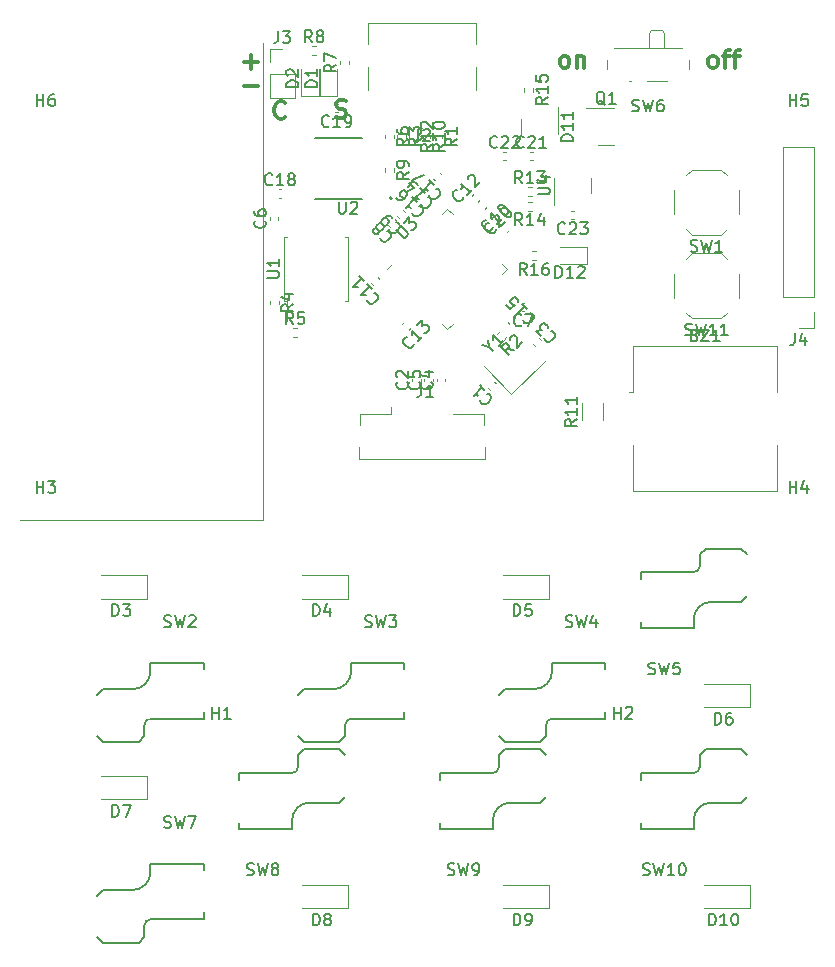
<source format=gbr>
%TF.GenerationSoftware,KiCad,Pcbnew,(6.0.4-0)*%
%TF.CreationDate,2023-04-02T18:55:50-05:00*%
%TF.ProjectId,noldaCoreRType,6e6f6c64-6143-46f7-9265-52547970652e,rev?*%
%TF.SameCoordinates,Original*%
%TF.FileFunction,Legend,Top*%
%TF.FilePolarity,Positive*%
%FSLAX46Y46*%
G04 Gerber Fmt 4.6, Leading zero omitted, Abs format (unit mm)*
G04 Created by KiCad (PCBNEW (6.0.4-0)) date 2023-04-02 18:55:50*
%MOMM*%
%LPD*%
G01*
G04 APERTURE LIST*
%ADD10C,0.300000*%
%ADD11C,0.100000*%
%ADD12C,0.150000*%
%ADD13C,0.120000*%
%ADD14C,0.200000*%
%ADD15C,0.127000*%
G04 APERTURE END LIST*
D10*
X35164285Y-19035714D02*
X35092857Y-19107142D01*
X34878571Y-19178571D01*
X34735714Y-19178571D01*
X34521428Y-19107142D01*
X34378571Y-18964285D01*
X34307142Y-18821428D01*
X34235714Y-18535714D01*
X34235714Y-18321428D01*
X34307142Y-18035714D01*
X34378571Y-17892857D01*
X34521428Y-17750000D01*
X34735714Y-17678571D01*
X34878571Y-17678571D01*
X35092857Y-17750000D01*
X35164285Y-17821428D01*
X39471428Y-19007142D02*
X39685714Y-19078571D01*
X40042857Y-19078571D01*
X40185714Y-19007142D01*
X40257142Y-18935714D01*
X40328571Y-18792857D01*
X40328571Y-18650000D01*
X40257142Y-18507142D01*
X40185714Y-18435714D01*
X40042857Y-18364285D01*
X39757142Y-18292857D01*
X39614285Y-18221428D01*
X39542857Y-18150000D01*
X39471428Y-18007142D01*
X39471428Y-17864285D01*
X39542857Y-17721428D01*
X39614285Y-17650000D01*
X39757142Y-17578571D01*
X40114285Y-17578571D01*
X40328571Y-17650000D01*
D11*
X33291651Y-12749994D02*
X33291651Y-53124975D01*
X33291651Y-53124975D02*
X12749994Y-53124975D01*
D10*
X71285680Y-14845231D02*
X71142823Y-14773802D01*
X71071394Y-14702374D01*
X70999966Y-14559517D01*
X70999966Y-14130945D01*
X71071394Y-13988088D01*
X71142823Y-13916660D01*
X71285680Y-13845231D01*
X71499966Y-13845231D01*
X71642823Y-13916660D01*
X71714251Y-13988088D01*
X71785680Y-14130945D01*
X71785680Y-14559517D01*
X71714251Y-14702374D01*
X71642823Y-14773802D01*
X71499966Y-14845231D01*
X71285680Y-14845231D01*
X72214251Y-13845231D02*
X72785680Y-13845231D01*
X72428537Y-14845231D02*
X72428537Y-13559517D01*
X72499966Y-13416660D01*
X72642823Y-13345231D01*
X72785680Y-13345231D01*
X73071394Y-13845231D02*
X73642823Y-13845231D01*
X73285680Y-14845231D02*
X73285680Y-13559517D01*
X73357108Y-13416660D01*
X73499966Y-13345231D01*
X73642823Y-13345231D01*
X32821428Y-14357142D02*
X31678571Y-14357142D01*
X32250000Y-14928571D02*
X32250000Y-13785714D01*
X32821428Y-16357142D02*
X31678571Y-16357142D01*
X58714257Y-14845231D02*
X58571400Y-14773802D01*
X58499972Y-14702374D01*
X58428543Y-14559517D01*
X58428543Y-14130945D01*
X58499972Y-13988088D01*
X58571400Y-13916660D01*
X58714257Y-13845231D01*
X58928543Y-13845231D01*
X59071400Y-13916660D01*
X59142829Y-13988088D01*
X59214257Y-14130945D01*
X59214257Y-14559517D01*
X59142829Y-14702374D01*
X59071400Y-14773802D01*
X58928543Y-14845231D01*
X58714257Y-14845231D01*
X59857114Y-13845231D02*
X59857114Y-14845231D01*
X59857114Y-13988088D02*
X59928543Y-13916660D01*
X60071400Y-13845231D01*
X60285686Y-13845231D01*
X60428543Y-13916660D01*
X60499972Y-14059517D01*
X60499972Y-14845231D01*
D12*
%TO.C,R16*%
X55597142Y-32372380D02*
X55263809Y-31896190D01*
X55025714Y-32372380D02*
X55025714Y-31372380D01*
X55406666Y-31372380D01*
X55501904Y-31420000D01*
X55549523Y-31467619D01*
X55597142Y-31562857D01*
X55597142Y-31705714D01*
X55549523Y-31800952D01*
X55501904Y-31848571D01*
X55406666Y-31896190D01*
X55025714Y-31896190D01*
X56549523Y-32372380D02*
X55978095Y-32372380D01*
X56263809Y-32372380D02*
X56263809Y-31372380D01*
X56168571Y-31515238D01*
X56073333Y-31610476D01*
X55978095Y-31658095D01*
X57406666Y-31372380D02*
X57216190Y-31372380D01*
X57120952Y-31420000D01*
X57073333Y-31467619D01*
X56978095Y-31610476D01*
X56930476Y-31800952D01*
X56930476Y-32181904D01*
X56978095Y-32277142D01*
X57025714Y-32324761D01*
X57120952Y-32372380D01*
X57311428Y-32372380D01*
X57406666Y-32324761D01*
X57454285Y-32277142D01*
X57501904Y-32181904D01*
X57501904Y-31943809D01*
X57454285Y-31848571D01*
X57406666Y-31800952D01*
X57311428Y-31753333D01*
X57120952Y-31753333D01*
X57025714Y-31800952D01*
X56978095Y-31848571D01*
X56930476Y-31943809D01*
%TO.C,D12*%
X58035714Y-32632380D02*
X58035714Y-31632380D01*
X58273809Y-31632380D01*
X58416666Y-31680000D01*
X58511904Y-31775238D01*
X58559523Y-31870476D01*
X58607142Y-32060952D01*
X58607142Y-32203809D01*
X58559523Y-32394285D01*
X58511904Y-32489523D01*
X58416666Y-32584761D01*
X58273809Y-32632380D01*
X58035714Y-32632380D01*
X59559523Y-32632380D02*
X58988095Y-32632380D01*
X59273809Y-32632380D02*
X59273809Y-31632380D01*
X59178571Y-31775238D01*
X59083333Y-31870476D01*
X58988095Y-31918095D01*
X59940476Y-31727619D02*
X59988095Y-31680000D01*
X60083333Y-31632380D01*
X60321428Y-31632380D01*
X60416666Y-31680000D01*
X60464285Y-31727619D01*
X60511904Y-31822857D01*
X60511904Y-31918095D01*
X60464285Y-32060952D01*
X59892857Y-32632380D01*
X60511904Y-32632380D01*
%TO.C,D3*%
X20511894Y-61244019D02*
X20511894Y-60244019D01*
X20749990Y-60244019D01*
X20892847Y-60291639D01*
X20988085Y-60386877D01*
X21035704Y-60482115D01*
X21083323Y-60672591D01*
X21083323Y-60815448D01*
X21035704Y-61005924D01*
X20988085Y-61101162D01*
X20892847Y-61196400D01*
X20749990Y-61244019D01*
X20511894Y-61244019D01*
X21416656Y-60244019D02*
X22035704Y-60244019D01*
X21702370Y-60624972D01*
X21845228Y-60624972D01*
X21940466Y-60672591D01*
X21988085Y-60720210D01*
X22035704Y-60815448D01*
X22035704Y-61053543D01*
X21988085Y-61148781D01*
X21940466Y-61196400D01*
X21845228Y-61244019D01*
X21559513Y-61244019D01*
X21464275Y-61196400D01*
X21416656Y-61148781D01*
%TO.C,D11*%
X59519020Y-21047609D02*
X58519020Y-21047609D01*
X58519020Y-20809514D01*
X58566640Y-20666657D01*
X58661878Y-20571419D01*
X58757116Y-20523800D01*
X58947592Y-20476181D01*
X59090449Y-20476181D01*
X59280925Y-20523800D01*
X59376163Y-20571419D01*
X59471401Y-20666657D01*
X59519020Y-20809514D01*
X59519020Y-21047609D01*
X59519020Y-19523800D02*
X59519020Y-20095228D01*
X59519020Y-19809514D02*
X58519020Y-19809514D01*
X58661878Y-19904752D01*
X58757116Y-19999990D01*
X58804735Y-20095228D01*
X59519020Y-18571419D02*
X59519020Y-19142847D01*
X59519020Y-18857133D02*
X58519020Y-18857133D01*
X58661878Y-18952371D01*
X58757116Y-19047609D01*
X58804735Y-19142847D01*
%TO.C,R6*%
X45597380Y-20841666D02*
X45121190Y-21175000D01*
X45597380Y-21413095D02*
X44597380Y-21413095D01*
X44597380Y-21032142D01*
X44645000Y-20936904D01*
X44692619Y-20889285D01*
X44787857Y-20841666D01*
X44930714Y-20841666D01*
X45025952Y-20889285D01*
X45073571Y-20936904D01*
X45121190Y-21032142D01*
X45121190Y-21413095D01*
X44597380Y-19984523D02*
X44597380Y-20175000D01*
X44645000Y-20270238D01*
X44692619Y-20317857D01*
X44835476Y-20413095D01*
X45025952Y-20460714D01*
X45406904Y-20460714D01*
X45502142Y-20413095D01*
X45549761Y-20365476D01*
X45597380Y-20270238D01*
X45597380Y-20079761D01*
X45549761Y-19984523D01*
X45502142Y-19936904D01*
X45406904Y-19889285D01*
X45168809Y-19889285D01*
X45073571Y-19936904D01*
X45025952Y-19984523D01*
X44978333Y-20079761D01*
X44978333Y-20270238D01*
X45025952Y-20365476D01*
X45073571Y-20413095D01*
X45168809Y-20460714D01*
%TO.C,R10*%
X48672380Y-21317857D02*
X48196190Y-21651190D01*
X48672380Y-21889285D02*
X47672380Y-21889285D01*
X47672380Y-21508333D01*
X47720000Y-21413095D01*
X47767619Y-21365476D01*
X47862857Y-21317857D01*
X48005714Y-21317857D01*
X48100952Y-21365476D01*
X48148571Y-21413095D01*
X48196190Y-21508333D01*
X48196190Y-21889285D01*
X48672380Y-20365476D02*
X48672380Y-20936904D01*
X48672380Y-20651190D02*
X47672380Y-20651190D01*
X47815238Y-20746428D01*
X47910476Y-20841666D01*
X47958095Y-20936904D01*
X47672380Y-19746428D02*
X47672380Y-19651190D01*
X47720000Y-19555952D01*
X47767619Y-19508333D01*
X47862857Y-19460714D01*
X48053333Y-19413095D01*
X48291428Y-19413095D01*
X48481904Y-19460714D01*
X48577142Y-19508333D01*
X48624761Y-19555952D01*
X48672380Y-19651190D01*
X48672380Y-19746428D01*
X48624761Y-19841666D01*
X48577142Y-19889285D01*
X48481904Y-19936904D01*
X48291428Y-19984523D01*
X48053333Y-19984523D01*
X47862857Y-19936904D01*
X47767619Y-19889285D01*
X47720000Y-19841666D01*
X47672380Y-19746428D01*
%TO.C,C15*%
X55852350Y-35581786D02*
X55919694Y-35581786D01*
X56054381Y-35649130D01*
X56121724Y-35716473D01*
X56189068Y-35851160D01*
X56189068Y-35985847D01*
X56155396Y-36086862D01*
X56054381Y-36255221D01*
X55953366Y-36356236D01*
X55785007Y-36457252D01*
X55683992Y-36490923D01*
X55549305Y-36490923D01*
X55414618Y-36423580D01*
X55347274Y-36356236D01*
X55279931Y-36221549D01*
X55279931Y-36154206D01*
X55246259Y-34841007D02*
X55650320Y-35245068D01*
X55448289Y-35043038D02*
X54741182Y-35750145D01*
X54909541Y-35716473D01*
X55044228Y-35716473D01*
X55145244Y-35750145D01*
X53899389Y-34908351D02*
X54236106Y-35245068D01*
X54606495Y-34942023D01*
X54539152Y-34942023D01*
X54438137Y-34908351D01*
X54269778Y-34739992D01*
X54236106Y-34638977D01*
X54236106Y-34571633D01*
X54269778Y-34470618D01*
X54438137Y-34302259D01*
X54539152Y-34268588D01*
X54606495Y-34268588D01*
X54707511Y-34302259D01*
X54875869Y-34470618D01*
X54909541Y-34571633D01*
X54909541Y-34638977D01*
%TO.C,C22*%
X53107142Y-21522142D02*
X53059523Y-21569761D01*
X52916666Y-21617380D01*
X52821428Y-21617380D01*
X52678571Y-21569761D01*
X52583333Y-21474523D01*
X52535714Y-21379285D01*
X52488095Y-21188809D01*
X52488095Y-21045952D01*
X52535714Y-20855476D01*
X52583333Y-20760238D01*
X52678571Y-20665000D01*
X52821428Y-20617380D01*
X52916666Y-20617380D01*
X53059523Y-20665000D01*
X53107142Y-20712619D01*
X53488095Y-20712619D02*
X53535714Y-20665000D01*
X53630952Y-20617380D01*
X53869047Y-20617380D01*
X53964285Y-20665000D01*
X54011904Y-20712619D01*
X54059523Y-20807857D01*
X54059523Y-20903095D01*
X54011904Y-21045952D01*
X53440476Y-21617380D01*
X54059523Y-21617380D01*
X54440476Y-20712619D02*
X54488095Y-20665000D01*
X54583333Y-20617380D01*
X54821428Y-20617380D01*
X54916666Y-20665000D01*
X54964285Y-20712619D01*
X55011904Y-20807857D01*
X55011904Y-20903095D01*
X54964285Y-21045952D01*
X54392857Y-21617380D01*
X55011904Y-21617380D01*
%TO.C,SW1*%
X69499966Y-30363082D02*
X69642823Y-30410701D01*
X69880919Y-30410701D01*
X69976157Y-30363082D01*
X70023776Y-30315463D01*
X70071395Y-30220225D01*
X70071395Y-30124987D01*
X70023776Y-30029749D01*
X69976157Y-29982130D01*
X69880919Y-29934511D01*
X69690442Y-29886892D01*
X69595204Y-29839273D01*
X69547585Y-29791654D01*
X69499966Y-29696416D01*
X69499966Y-29601178D01*
X69547585Y-29505940D01*
X69595204Y-29458321D01*
X69690442Y-29410701D01*
X69928538Y-29410701D01*
X70071395Y-29458321D01*
X70404728Y-29410701D02*
X70642823Y-30410701D01*
X70833300Y-29696416D01*
X71023776Y-30410701D01*
X71261871Y-29410701D01*
X72166633Y-30410701D02*
X71595204Y-30410701D01*
X71880919Y-30410701D02*
X71880919Y-29410701D01*
X71785680Y-29553559D01*
X71690442Y-29648797D01*
X71595204Y-29696416D01*
%TO.C,C3*%
X57671727Y-37120086D02*
X57739070Y-37120086D01*
X57873757Y-37187430D01*
X57941101Y-37254774D01*
X58008444Y-37389461D01*
X58008444Y-37524148D01*
X57974773Y-37625163D01*
X57873757Y-37793522D01*
X57772742Y-37894537D01*
X57604383Y-37995552D01*
X57503368Y-38029224D01*
X57368681Y-38029224D01*
X57233994Y-37961880D01*
X57166650Y-37894537D01*
X57099307Y-37759850D01*
X57099307Y-37692506D01*
X56796261Y-37524148D02*
X56358528Y-37086415D01*
X56863605Y-37052743D01*
X56762589Y-36951728D01*
X56728918Y-36850712D01*
X56728918Y-36783369D01*
X56762589Y-36682354D01*
X56930948Y-36513995D01*
X57031963Y-36480323D01*
X57099307Y-36480323D01*
X57200322Y-36513995D01*
X57402353Y-36716025D01*
X57436025Y-36817041D01*
X57436025Y-36884384D01*
%TO.C,C14*%
X47211862Y-25797274D02*
X47279206Y-25797274D01*
X47413893Y-25864618D01*
X47481236Y-25931961D01*
X47548580Y-26066648D01*
X47548580Y-26201335D01*
X47514908Y-26302350D01*
X47413893Y-26470709D01*
X47312878Y-26571724D01*
X47144519Y-26672740D01*
X47043504Y-26706411D01*
X46908817Y-26706411D01*
X46774130Y-26639068D01*
X46706786Y-26571724D01*
X46639443Y-26437037D01*
X46639443Y-26369694D01*
X46605771Y-25056495D02*
X47009832Y-25460556D01*
X46807801Y-25258526D02*
X46100694Y-25965633D01*
X46269053Y-25931961D01*
X46403740Y-25931961D01*
X46504756Y-25965633D01*
X45528275Y-24921808D02*
X45999679Y-24450404D01*
X45427259Y-25359541D02*
X46100694Y-25022824D01*
X45662962Y-24585091D01*
%TO.C,C13*%
X46043213Y-38202350D02*
X46043213Y-38269694D01*
X45975869Y-38404381D01*
X45908526Y-38471724D01*
X45773839Y-38539068D01*
X45639152Y-38539068D01*
X45538137Y-38505396D01*
X45369778Y-38404381D01*
X45268763Y-38303366D01*
X45167747Y-38135007D01*
X45134076Y-38033992D01*
X45134076Y-37899305D01*
X45201419Y-37764618D01*
X45268763Y-37697274D01*
X45403450Y-37629931D01*
X45470793Y-37629931D01*
X46783992Y-37596259D02*
X46379931Y-38000320D01*
X46581961Y-37798289D02*
X45874854Y-37091182D01*
X45908526Y-37259541D01*
X45908526Y-37394228D01*
X45874854Y-37495244D01*
X46312587Y-36653450D02*
X46750320Y-36215717D01*
X46783992Y-36720793D01*
X46885007Y-36619778D01*
X46986022Y-36586106D01*
X47053366Y-36586106D01*
X47154381Y-36619778D01*
X47322740Y-36788137D01*
X47356411Y-36889152D01*
X47356411Y-36956495D01*
X47322740Y-37057511D01*
X47120709Y-37259541D01*
X47019694Y-37293213D01*
X46952350Y-37293213D01*
%TO.C,H3*%
X14113088Y-50827355D02*
X14113088Y-49827355D01*
X14113088Y-50303546D02*
X14684516Y-50303546D01*
X14684516Y-50827355D02*
X14684516Y-49827355D01*
X15065469Y-49827355D02*
X15684516Y-49827355D01*
X15351183Y-50208308D01*
X15494040Y-50208308D01*
X15589278Y-50255927D01*
X15636897Y-50303546D01*
X15684516Y-50398784D01*
X15684516Y-50636879D01*
X15636897Y-50732117D01*
X15589278Y-50779736D01*
X15494040Y-50827355D01*
X15208326Y-50827355D01*
X15113088Y-50779736D01*
X15065469Y-50732117D01*
%TO.C,C19*%
X38857142Y-19767142D02*
X38809523Y-19814761D01*
X38666666Y-19862380D01*
X38571428Y-19862380D01*
X38428571Y-19814761D01*
X38333333Y-19719523D01*
X38285714Y-19624285D01*
X38238095Y-19433809D01*
X38238095Y-19290952D01*
X38285714Y-19100476D01*
X38333333Y-19005238D01*
X38428571Y-18910000D01*
X38571428Y-18862380D01*
X38666666Y-18862380D01*
X38809523Y-18910000D01*
X38857142Y-18957619D01*
X39809523Y-19862380D02*
X39238095Y-19862380D01*
X39523809Y-19862380D02*
X39523809Y-18862380D01*
X39428571Y-19005238D01*
X39333333Y-19100476D01*
X39238095Y-19148095D01*
X40285714Y-19862380D02*
X40476190Y-19862380D01*
X40571428Y-19814761D01*
X40619047Y-19767142D01*
X40714285Y-19624285D01*
X40761904Y-19433809D01*
X40761904Y-19052857D01*
X40714285Y-18957619D01*
X40666666Y-18910000D01*
X40571428Y-18862380D01*
X40380952Y-18862380D01*
X40285714Y-18910000D01*
X40238095Y-18957619D01*
X40190476Y-19052857D01*
X40190476Y-19290952D01*
X40238095Y-19386190D01*
X40285714Y-19433809D01*
X40380952Y-19481428D01*
X40571428Y-19481428D01*
X40666666Y-19433809D01*
X40714285Y-19386190D01*
X40761904Y-19290952D01*
%TO.C,J3*%
X34566666Y-11742380D02*
X34566666Y-12456666D01*
X34519047Y-12599523D01*
X34423809Y-12694761D01*
X34280952Y-12742380D01*
X34185714Y-12742380D01*
X34947619Y-11742380D02*
X35566666Y-11742380D01*
X35233333Y-12123333D01*
X35376190Y-12123333D01*
X35471428Y-12170952D01*
X35519047Y-12218571D01*
X35566666Y-12313809D01*
X35566666Y-12551904D01*
X35519047Y-12647142D01*
X35471428Y-12694761D01*
X35376190Y-12742380D01*
X35090476Y-12742380D01*
X34995238Y-12694761D01*
X34947619Y-12647142D01*
%TO.C,R7*%
X39482380Y-14566666D02*
X39006190Y-14900000D01*
X39482380Y-15138095D02*
X38482380Y-15138095D01*
X38482380Y-14757142D01*
X38530000Y-14661904D01*
X38577619Y-14614285D01*
X38672857Y-14566666D01*
X38815714Y-14566666D01*
X38910952Y-14614285D01*
X38958571Y-14661904D01*
X39006190Y-14757142D01*
X39006190Y-15138095D01*
X38482380Y-14233333D02*
X38482380Y-13566666D01*
X39482380Y-13995238D01*
%TO.C,J1*%
X46666666Y-41702380D02*
X46666666Y-42416666D01*
X46619047Y-42559523D01*
X46523809Y-42654761D01*
X46380952Y-42702380D01*
X46285714Y-42702380D01*
X47666666Y-42702380D02*
X47095238Y-42702380D01*
X47380952Y-42702380D02*
X47380952Y-41702380D01*
X47285714Y-41845238D01*
X47190476Y-41940476D01*
X47095238Y-41988095D01*
%TO.C,C17*%
X47936862Y-25072274D02*
X48004206Y-25072274D01*
X48138893Y-25139618D01*
X48206236Y-25206961D01*
X48273580Y-25341648D01*
X48273580Y-25476335D01*
X48239908Y-25577350D01*
X48138893Y-25745709D01*
X48037878Y-25846724D01*
X47869519Y-25947740D01*
X47768504Y-25981411D01*
X47633817Y-25981411D01*
X47499130Y-25914068D01*
X47431786Y-25846724D01*
X47364443Y-25712037D01*
X47364443Y-25644694D01*
X47330771Y-24331495D02*
X47734832Y-24735556D01*
X47532801Y-24533526D02*
X46825694Y-25240633D01*
X46994053Y-25206961D01*
X47128740Y-25206961D01*
X47229756Y-25240633D01*
X46387962Y-24802900D02*
X45916557Y-24331495D01*
X46926710Y-23927434D01*
%TO.C,H4*%
X77863058Y-50827355D02*
X77863058Y-49827355D01*
X77863058Y-50303546D02*
X78434486Y-50303546D01*
X78434486Y-50827355D02*
X78434486Y-49827355D01*
X79339248Y-50160689D02*
X79339248Y-50827355D01*
X79101153Y-49779736D02*
X78863058Y-50494022D01*
X79482105Y-50494022D01*
%TO.C,U4*%
X56552352Y-25553559D02*
X57361876Y-25553559D01*
X57457114Y-25505940D01*
X57504733Y-25458321D01*
X57552352Y-25363083D01*
X57552352Y-25172607D01*
X57504733Y-25077369D01*
X57457114Y-25029750D01*
X57361876Y-24982131D01*
X56552352Y-24982131D01*
X56885686Y-24077369D02*
X57552352Y-24077369D01*
X56504733Y-24315464D02*
X57219019Y-24553559D01*
X57219019Y-23934512D01*
%TO.C,R1*%
X49697380Y-20841666D02*
X49221190Y-21175000D01*
X49697380Y-21413095D02*
X48697380Y-21413095D01*
X48697380Y-21032142D01*
X48745000Y-20936904D01*
X48792619Y-20889285D01*
X48887857Y-20841666D01*
X49030714Y-20841666D01*
X49125952Y-20889285D01*
X49173571Y-20936904D01*
X49221190Y-21032142D01*
X49221190Y-21413095D01*
X49697380Y-19889285D02*
X49697380Y-20460714D01*
X49697380Y-20175000D02*
X48697380Y-20175000D01*
X48840238Y-20270238D01*
X48935476Y-20365476D01*
X48983095Y-20460714D01*
%TO.C,D9*%
X54511878Y-87452340D02*
X54511878Y-86452340D01*
X54749974Y-86452340D01*
X54892831Y-86499960D01*
X54988069Y-86595198D01*
X55035688Y-86690436D01*
X55083307Y-86880912D01*
X55083307Y-87023769D01*
X55035688Y-87214245D01*
X54988069Y-87309483D01*
X54892831Y-87404721D01*
X54749974Y-87452340D01*
X54511878Y-87452340D01*
X55559497Y-87452340D02*
X55749974Y-87452340D01*
X55845212Y-87404721D01*
X55892831Y-87357102D01*
X55988069Y-87214245D01*
X56035688Y-87023769D01*
X56035688Y-86642817D01*
X55988069Y-86547579D01*
X55940450Y-86499960D01*
X55845212Y-86452340D01*
X55654735Y-86452340D01*
X55559497Y-86499960D01*
X55511878Y-86547579D01*
X55464259Y-86642817D01*
X55464259Y-86880912D01*
X55511878Y-86976150D01*
X55559497Y-87023769D01*
X55654735Y-87071388D01*
X55845212Y-87071388D01*
X55940450Y-87023769D01*
X55988069Y-86976150D01*
X56035688Y-86880912D01*
%TO.C,D5*%
X54511878Y-61244019D02*
X54511878Y-60244019D01*
X54749974Y-60244019D01*
X54892831Y-60291639D01*
X54988069Y-60386877D01*
X55035688Y-60482115D01*
X55083307Y-60672591D01*
X55083307Y-60815448D01*
X55035688Y-61005924D01*
X54988069Y-61101162D01*
X54892831Y-61196400D01*
X54749974Y-61244019D01*
X54511878Y-61244019D01*
X55988069Y-60244019D02*
X55511878Y-60244019D01*
X55464259Y-60720210D01*
X55511878Y-60672591D01*
X55607116Y-60624972D01*
X55845212Y-60624972D01*
X55940450Y-60672591D01*
X55988069Y-60720210D01*
X56035688Y-60815448D01*
X56035688Y-61053543D01*
X55988069Y-61148781D01*
X55940450Y-61196400D01*
X55845212Y-61244019D01*
X55607116Y-61244019D01*
X55511878Y-61196400D01*
X55464259Y-61148781D01*
%TO.C,R2*%
X54527079Y-38765047D02*
X53954659Y-38664032D01*
X54123018Y-39169108D02*
X53415911Y-38462002D01*
X53685285Y-38192627D01*
X53786300Y-38158956D01*
X53853644Y-38158956D01*
X53954659Y-38192627D01*
X54055674Y-38293643D01*
X54089346Y-38394658D01*
X54089346Y-38462002D01*
X54055674Y-38563017D01*
X53786300Y-38832391D01*
X54156690Y-37855910D02*
X54156690Y-37788566D01*
X54190361Y-37687551D01*
X54358720Y-37519192D01*
X54459736Y-37485521D01*
X54527079Y-37485521D01*
X54628094Y-37519192D01*
X54695438Y-37586536D01*
X54762781Y-37721223D01*
X54762781Y-38529345D01*
X55200514Y-38091612D01*
%TO.C,D7*%
X20511894Y-78244011D02*
X20511894Y-77244011D01*
X20749990Y-77244011D01*
X20892847Y-77291631D01*
X20988085Y-77386869D01*
X21035704Y-77482107D01*
X21083323Y-77672583D01*
X21083323Y-77815440D01*
X21035704Y-78005916D01*
X20988085Y-78101154D01*
X20892847Y-78196392D01*
X20749990Y-78244011D01*
X20511894Y-78244011D01*
X21416656Y-77244011D02*
X22083323Y-77244011D01*
X21654751Y-78244011D01*
%TO.C,C23*%
X58857142Y-28842142D02*
X58809523Y-28889761D01*
X58666666Y-28937380D01*
X58571428Y-28937380D01*
X58428571Y-28889761D01*
X58333333Y-28794523D01*
X58285714Y-28699285D01*
X58238095Y-28508809D01*
X58238095Y-28365952D01*
X58285714Y-28175476D01*
X58333333Y-28080238D01*
X58428571Y-27985000D01*
X58571428Y-27937380D01*
X58666666Y-27937380D01*
X58809523Y-27985000D01*
X58857142Y-28032619D01*
X59238095Y-28032619D02*
X59285714Y-27985000D01*
X59380952Y-27937380D01*
X59619047Y-27937380D01*
X59714285Y-27985000D01*
X59761904Y-28032619D01*
X59809523Y-28127857D01*
X59809523Y-28223095D01*
X59761904Y-28365952D01*
X59190476Y-28937380D01*
X59809523Y-28937380D01*
X60142857Y-27937380D02*
X60761904Y-27937380D01*
X60428571Y-28318333D01*
X60571428Y-28318333D01*
X60666666Y-28365952D01*
X60714285Y-28413571D01*
X60761904Y-28508809D01*
X60761904Y-28746904D01*
X60714285Y-28842142D01*
X60666666Y-28889761D01*
X60571428Y-28937380D01*
X60285714Y-28937380D01*
X60190476Y-28889761D01*
X60142857Y-28842142D01*
%TO.C,C6*%
X33422142Y-27791653D02*
X33469761Y-27839272D01*
X33517380Y-27982129D01*
X33517380Y-28077367D01*
X33469761Y-28220225D01*
X33374523Y-28315463D01*
X33279285Y-28363082D01*
X33088809Y-28410701D01*
X32945952Y-28410701D01*
X32755476Y-28363082D01*
X32660238Y-28315463D01*
X32565000Y-28220225D01*
X32517380Y-28077367D01*
X32517380Y-27982129D01*
X32565000Y-27839272D01*
X32612619Y-27791653D01*
X32517380Y-26934510D02*
X32517380Y-27124987D01*
X32565000Y-27220225D01*
X32612619Y-27267844D01*
X32755476Y-27363082D01*
X32945952Y-27410701D01*
X33326904Y-27410701D01*
X33422142Y-27363082D01*
X33469761Y-27315463D01*
X33517380Y-27220225D01*
X33517380Y-27029748D01*
X33469761Y-26934510D01*
X33422142Y-26886891D01*
X33326904Y-26839272D01*
X33088809Y-26839272D01*
X32993571Y-26886891D01*
X32945952Y-26934510D01*
X32898333Y-27029748D01*
X32898333Y-27220225D01*
X32945952Y-27315463D01*
X32993571Y-27363082D01*
X33088809Y-27410701D01*
%TO.C,C10*%
X52752725Y-28286862D02*
X52752725Y-28354206D01*
X52685381Y-28488893D01*
X52618038Y-28556236D01*
X52483351Y-28623580D01*
X52348664Y-28623580D01*
X52247649Y-28589908D01*
X52079290Y-28488893D01*
X51978275Y-28387878D01*
X51877259Y-28219519D01*
X51843588Y-28118504D01*
X51843588Y-27983817D01*
X51910931Y-27849130D01*
X51978275Y-27781786D01*
X52112962Y-27714443D01*
X52180305Y-27714443D01*
X53493504Y-27680771D02*
X53089443Y-28084832D01*
X53291473Y-27882801D02*
X52584366Y-27175694D01*
X52618038Y-27344053D01*
X52618038Y-27478740D01*
X52584366Y-27579756D01*
X53224130Y-26535931D02*
X53291473Y-26468588D01*
X53392488Y-26434916D01*
X53459832Y-26434916D01*
X53560847Y-26468588D01*
X53729206Y-26569603D01*
X53897565Y-26737962D01*
X53998580Y-26906320D01*
X54032252Y-27007336D01*
X54032252Y-27074679D01*
X53998580Y-27175694D01*
X53931236Y-27243038D01*
X53830221Y-27276710D01*
X53762878Y-27276710D01*
X53661862Y-27243038D01*
X53493504Y-27142023D01*
X53325145Y-26973664D01*
X53224130Y-26805305D01*
X53190458Y-26704290D01*
X53190458Y-26636946D01*
X53224130Y-26535931D01*
%TO.C,SW6*%
X64541635Y-18479754D02*
X64684492Y-18527373D01*
X64922588Y-18527373D01*
X65017826Y-18479754D01*
X65065445Y-18432135D01*
X65113064Y-18336897D01*
X65113064Y-18241659D01*
X65065445Y-18146421D01*
X65017826Y-18098802D01*
X64922588Y-18051183D01*
X64732111Y-18003564D01*
X64636873Y-17955945D01*
X64589254Y-17908326D01*
X64541635Y-17813088D01*
X64541635Y-17717850D01*
X64589254Y-17622612D01*
X64636873Y-17574993D01*
X64732111Y-17527373D01*
X64970207Y-17527373D01*
X65113064Y-17574993D01*
X65446397Y-17527373D02*
X65684492Y-18527373D01*
X65874969Y-17813088D01*
X66065445Y-18527373D01*
X66303540Y-17527373D01*
X67113064Y-17527373D02*
X66922588Y-17527373D01*
X66827349Y-17574993D01*
X66779730Y-17622612D01*
X66684492Y-17765469D01*
X66636873Y-17955945D01*
X66636873Y-18336897D01*
X66684492Y-18432135D01*
X66732111Y-18479754D01*
X66827349Y-18527373D01*
X67017826Y-18527373D01*
X67113064Y-18479754D01*
X67160683Y-18432135D01*
X67208302Y-18336897D01*
X67208302Y-18098802D01*
X67160683Y-18003564D01*
X67113064Y-17955945D01*
X67017826Y-17908326D01*
X66827349Y-17908326D01*
X66732111Y-17955945D01*
X66684492Y-18003564D01*
X66636873Y-18098802D01*
%TO.C,C18*%
X34065459Y-24697130D02*
X34017840Y-24744749D01*
X33874983Y-24792368D01*
X33779745Y-24792368D01*
X33636888Y-24744749D01*
X33541650Y-24649511D01*
X33494031Y-24554273D01*
X33446412Y-24363797D01*
X33446412Y-24220940D01*
X33494031Y-24030464D01*
X33541650Y-23935226D01*
X33636888Y-23839988D01*
X33779745Y-23792368D01*
X33874983Y-23792368D01*
X34017840Y-23839988D01*
X34065459Y-23887607D01*
X35017840Y-24792368D02*
X34446412Y-24792368D01*
X34732126Y-24792368D02*
X34732126Y-23792368D01*
X34636888Y-23935226D01*
X34541650Y-24030464D01*
X34446412Y-24078083D01*
X35589269Y-24220940D02*
X35494031Y-24173321D01*
X35446412Y-24125702D01*
X35398793Y-24030464D01*
X35398793Y-23982845D01*
X35446412Y-23887607D01*
X35494031Y-23839988D01*
X35589269Y-23792368D01*
X35779745Y-23792368D01*
X35874983Y-23839988D01*
X35922602Y-23887607D01*
X35970221Y-23982845D01*
X35970221Y-24030464D01*
X35922602Y-24125702D01*
X35874983Y-24173321D01*
X35779745Y-24220940D01*
X35589269Y-24220940D01*
X35494031Y-24268559D01*
X35446412Y-24316178D01*
X35398793Y-24411416D01*
X35398793Y-24601892D01*
X35446412Y-24697130D01*
X35494031Y-24744749D01*
X35589269Y-24792368D01*
X35779745Y-24792368D01*
X35874983Y-24744749D01*
X35922602Y-24697130D01*
X35970221Y-24601892D01*
X35970221Y-24411416D01*
X35922602Y-24316178D01*
X35874983Y-24268559D01*
X35779745Y-24220940D01*
%TO.C,C7*%
X55133333Y-36617142D02*
X55085714Y-36664761D01*
X54942857Y-36712380D01*
X54847619Y-36712380D01*
X54704761Y-36664761D01*
X54609523Y-36569523D01*
X54561904Y-36474285D01*
X54514285Y-36283809D01*
X54514285Y-36140952D01*
X54561904Y-35950476D01*
X54609523Y-35855238D01*
X54704761Y-35760000D01*
X54847619Y-35712380D01*
X54942857Y-35712380D01*
X55085714Y-35760000D01*
X55133333Y-35807619D01*
X55466666Y-35712380D02*
X56133333Y-35712380D01*
X55704761Y-36712380D01*
%TO.C,C12*%
X50252725Y-25786862D02*
X50252725Y-25854206D01*
X50185381Y-25988893D01*
X50118038Y-26056236D01*
X49983351Y-26123580D01*
X49848664Y-26123580D01*
X49747649Y-26089908D01*
X49579290Y-25988893D01*
X49478275Y-25887878D01*
X49377259Y-25719519D01*
X49343588Y-25618504D01*
X49343588Y-25483817D01*
X49410931Y-25349130D01*
X49478275Y-25281786D01*
X49612962Y-25214443D01*
X49680305Y-25214443D01*
X50993504Y-25180771D02*
X50589443Y-25584832D01*
X50791473Y-25382801D02*
X50084366Y-24675694D01*
X50118038Y-24844053D01*
X50118038Y-24978740D01*
X50084366Y-25079756D01*
X50623114Y-24271633D02*
X50623114Y-24204290D01*
X50656786Y-24103275D01*
X50825145Y-23934916D01*
X50926160Y-23901244D01*
X50993504Y-23901244D01*
X51094519Y-23934916D01*
X51161862Y-24002259D01*
X51229206Y-24136946D01*
X51229206Y-24945068D01*
X51666939Y-24507336D01*
%TO.C,H2*%
X62988065Y-69952346D02*
X62988065Y-68952346D01*
X62988065Y-69428537D02*
X63559493Y-69428537D01*
X63559493Y-69952346D02*
X63559493Y-68952346D01*
X63988065Y-69047585D02*
X64035684Y-68999966D01*
X64130922Y-68952346D01*
X64369017Y-68952346D01*
X64464255Y-68999966D01*
X64511874Y-69047585D01*
X64559493Y-69142823D01*
X64559493Y-69238061D01*
X64511874Y-69380918D01*
X63940446Y-69952346D01*
X64559493Y-69952346D01*
%TO.C,R14*%
X55232142Y-28172380D02*
X54898809Y-27696190D01*
X54660714Y-28172380D02*
X54660714Y-27172380D01*
X55041666Y-27172380D01*
X55136904Y-27220000D01*
X55184523Y-27267619D01*
X55232142Y-27362857D01*
X55232142Y-27505714D01*
X55184523Y-27600952D01*
X55136904Y-27648571D01*
X55041666Y-27696190D01*
X54660714Y-27696190D01*
X56184523Y-28172380D02*
X55613095Y-28172380D01*
X55898809Y-28172380D02*
X55898809Y-27172380D01*
X55803571Y-27315238D01*
X55708333Y-27410476D01*
X55613095Y-27458095D01*
X57041666Y-27505714D02*
X57041666Y-28172380D01*
X56803571Y-27124761D02*
X56565476Y-27839047D01*
X57184523Y-27839047D01*
%TO.C,D1*%
X37872380Y-16488095D02*
X36872380Y-16488095D01*
X36872380Y-16250000D01*
X36920000Y-16107142D01*
X37015238Y-16011904D01*
X37110476Y-15964285D01*
X37300952Y-15916666D01*
X37443809Y-15916666D01*
X37634285Y-15964285D01*
X37729523Y-16011904D01*
X37824761Y-16107142D01*
X37872380Y-16250000D01*
X37872380Y-16488095D01*
X37872380Y-14964285D02*
X37872380Y-15535714D01*
X37872380Y-15250000D02*
X36872380Y-15250000D01*
X37015238Y-15345238D01*
X37110476Y-15440476D01*
X37158095Y-15535714D01*
%TO.C,R11*%
X59832380Y-44617857D02*
X59356190Y-44951190D01*
X59832380Y-45189285D02*
X58832380Y-45189285D01*
X58832380Y-44808333D01*
X58880000Y-44713095D01*
X58927619Y-44665476D01*
X59022857Y-44617857D01*
X59165714Y-44617857D01*
X59260952Y-44665476D01*
X59308571Y-44713095D01*
X59356190Y-44808333D01*
X59356190Y-45189285D01*
X59832380Y-43665476D02*
X59832380Y-44236904D01*
X59832380Y-43951190D02*
X58832380Y-43951190D01*
X58975238Y-44046428D01*
X59070476Y-44141666D01*
X59118095Y-44236904D01*
X59832380Y-42713095D02*
X59832380Y-43284523D01*
X59832380Y-42998809D02*
X58832380Y-42998809D01*
X58975238Y-43094047D01*
X59070476Y-43189285D01*
X59118095Y-43284523D01*
%TO.C,C5*%
X46505453Y-41441666D02*
X46553072Y-41489285D01*
X46600691Y-41632142D01*
X46600691Y-41727380D01*
X46553072Y-41870238D01*
X46457834Y-41965476D01*
X46362596Y-42013095D01*
X46172120Y-42060714D01*
X46029263Y-42060714D01*
X45838787Y-42013095D01*
X45743549Y-41965476D01*
X45648311Y-41870238D01*
X45600691Y-41727380D01*
X45600691Y-41632142D01*
X45648311Y-41489285D01*
X45695930Y-41441666D01*
X45600691Y-40536904D02*
X45600691Y-41013095D01*
X46076882Y-41060714D01*
X46029263Y-41013095D01*
X45981644Y-40917857D01*
X45981644Y-40679761D01*
X46029263Y-40584523D01*
X46076882Y-40536904D01*
X46172120Y-40489285D01*
X46410215Y-40489285D01*
X46505453Y-40536904D01*
X46553072Y-40584523D01*
X46600691Y-40679761D01*
X46600691Y-40917857D01*
X46553072Y-41013095D01*
X46505453Y-41060714D01*
%TO.C,D4*%
X37511886Y-61244019D02*
X37511886Y-60244019D01*
X37749982Y-60244019D01*
X37892839Y-60291639D01*
X37988077Y-60386877D01*
X38035696Y-60482115D01*
X38083315Y-60672591D01*
X38083315Y-60815448D01*
X38035696Y-61005924D01*
X37988077Y-61101162D01*
X37892839Y-61196400D01*
X37749982Y-61244019D01*
X37511886Y-61244019D01*
X38940458Y-60577353D02*
X38940458Y-61244019D01*
X38702362Y-60196400D02*
X38464267Y-60910686D01*
X39083315Y-60910686D01*
%TO.C,J2*%
X46416644Y-20042373D02*
X46416644Y-20756659D01*
X46369025Y-20899516D01*
X46273787Y-20994754D01*
X46130930Y-21042373D01*
X46035692Y-21042373D01*
X46845216Y-20137612D02*
X46892835Y-20089993D01*
X46988073Y-20042373D01*
X47226168Y-20042373D01*
X47321406Y-20089993D01*
X47369025Y-20137612D01*
X47416644Y-20232850D01*
X47416644Y-20328088D01*
X47369025Y-20470945D01*
X46797597Y-21042373D01*
X47416644Y-21042373D01*
%TO.C,C8*%
X43790145Y-28655556D02*
X43857488Y-28655556D01*
X43992175Y-28722900D01*
X44059519Y-28790244D01*
X44126862Y-28924931D01*
X44126862Y-29059618D01*
X44093191Y-29160633D01*
X43992175Y-29328992D01*
X43891160Y-29430007D01*
X43722801Y-29531022D01*
X43621786Y-29564694D01*
X43487099Y-29564694D01*
X43352412Y-29497350D01*
X43285068Y-29430007D01*
X43217725Y-29295320D01*
X43217725Y-29227976D01*
X43049366Y-28588213D02*
X43083038Y-28689228D01*
X43083038Y-28756572D01*
X43049366Y-28857587D01*
X43015694Y-28891259D01*
X42914679Y-28924931D01*
X42847336Y-28924931D01*
X42746320Y-28891259D01*
X42611633Y-28756572D01*
X42577962Y-28655556D01*
X42577962Y-28588213D01*
X42611633Y-28487198D01*
X42645305Y-28453526D01*
X42746320Y-28419854D01*
X42813664Y-28419854D01*
X42914679Y-28453526D01*
X43049366Y-28588213D01*
X43150381Y-28621885D01*
X43217725Y-28621885D01*
X43318740Y-28588213D01*
X43453427Y-28453526D01*
X43487099Y-28352511D01*
X43487099Y-28285167D01*
X43453427Y-28184152D01*
X43318740Y-28049465D01*
X43217725Y-28015793D01*
X43150381Y-28015793D01*
X43049366Y-28049465D01*
X42914679Y-28184152D01*
X42881007Y-28285167D01*
X42881007Y-28352511D01*
X42914679Y-28453526D01*
%TO.C,R12*%
X47647380Y-21317857D02*
X47171190Y-21651190D01*
X47647380Y-21889285D02*
X46647380Y-21889285D01*
X46647380Y-21508333D01*
X46695000Y-21413095D01*
X46742619Y-21365476D01*
X46837857Y-21317857D01*
X46980714Y-21317857D01*
X47075952Y-21365476D01*
X47123571Y-21413095D01*
X47171190Y-21508333D01*
X47171190Y-21889285D01*
X47647380Y-20365476D02*
X47647380Y-20936904D01*
X47647380Y-20651190D02*
X46647380Y-20651190D01*
X46790238Y-20746428D01*
X46885476Y-20841666D01*
X46933095Y-20936904D01*
X46742619Y-19984523D02*
X46695000Y-19936904D01*
X46647380Y-19841666D01*
X46647380Y-19603571D01*
X46695000Y-19508333D01*
X46742619Y-19460714D01*
X46837857Y-19413095D01*
X46933095Y-19413095D01*
X47075952Y-19460714D01*
X47647380Y-20032142D01*
X47647380Y-19413095D01*
%TO.C,BZ1*%
X69819047Y-37478571D02*
X69961904Y-37526190D01*
X70009523Y-37573809D01*
X70057142Y-37669047D01*
X70057142Y-37811904D01*
X70009523Y-37907142D01*
X69961904Y-37954761D01*
X69866666Y-38002380D01*
X69485714Y-38002380D01*
X69485714Y-37002380D01*
X69819047Y-37002380D01*
X69914285Y-37050000D01*
X69961904Y-37097619D01*
X70009523Y-37192857D01*
X70009523Y-37288095D01*
X69961904Y-37383333D01*
X69914285Y-37430952D01*
X69819047Y-37478571D01*
X69485714Y-37478571D01*
X70390476Y-37002380D02*
X71057142Y-37002380D01*
X70390476Y-38002380D01*
X71057142Y-38002380D01*
X71961904Y-38002380D02*
X71390476Y-38002380D01*
X71676190Y-38002380D02*
X71676190Y-37002380D01*
X71580952Y-37145238D01*
X71485714Y-37240476D01*
X71390476Y-37288095D01*
%TO.C,H1*%
X28988081Y-69952346D02*
X28988081Y-68952346D01*
X28988081Y-69428537D02*
X29559509Y-69428537D01*
X29559509Y-69952346D02*
X29559509Y-68952346D01*
X30559509Y-69952346D02*
X29988081Y-69952346D01*
X30273795Y-69952346D02*
X30273795Y-68952346D01*
X30178557Y-69095204D01*
X30083319Y-69190442D01*
X29988081Y-69238061D01*
%TO.C,R15*%
X57372380Y-17342857D02*
X56896190Y-17676190D01*
X57372380Y-17914285D02*
X56372380Y-17914285D01*
X56372380Y-17533333D01*
X56420000Y-17438095D01*
X56467619Y-17390476D01*
X56562857Y-17342857D01*
X56705714Y-17342857D01*
X56800952Y-17390476D01*
X56848571Y-17438095D01*
X56896190Y-17533333D01*
X56896190Y-17914285D01*
X57372380Y-16390476D02*
X57372380Y-16961904D01*
X57372380Y-16676190D02*
X56372380Y-16676190D01*
X56515238Y-16771428D01*
X56610476Y-16866666D01*
X56658095Y-16961904D01*
X56372380Y-15485714D02*
X56372380Y-15961904D01*
X56848571Y-16009523D01*
X56800952Y-15961904D01*
X56753333Y-15866666D01*
X56753333Y-15628571D01*
X56800952Y-15533333D01*
X56848571Y-15485714D01*
X56943809Y-15438095D01*
X57181904Y-15438095D01*
X57277142Y-15485714D01*
X57324761Y-15533333D01*
X57372380Y-15628571D01*
X57372380Y-15866666D01*
X57324761Y-15961904D01*
X57277142Y-16009523D01*
%TO.C,R5*%
X35833333Y-36532380D02*
X35500000Y-36056190D01*
X35261904Y-36532380D02*
X35261904Y-35532380D01*
X35642857Y-35532380D01*
X35738095Y-35580000D01*
X35785714Y-35627619D01*
X35833333Y-35722857D01*
X35833333Y-35865714D01*
X35785714Y-35960952D01*
X35738095Y-36008571D01*
X35642857Y-36056190D01*
X35261904Y-36056190D01*
X36738095Y-35532380D02*
X36261904Y-35532380D01*
X36214285Y-36008571D01*
X36261904Y-35960952D01*
X36357142Y-35913333D01*
X36595238Y-35913333D01*
X36690476Y-35960952D01*
X36738095Y-36008571D01*
X36785714Y-36103809D01*
X36785714Y-36341904D01*
X36738095Y-36437142D01*
X36690476Y-36484761D01*
X36595238Y-36532380D01*
X36357142Y-36532380D01*
X36261904Y-36484761D01*
X36214285Y-36437142D01*
%TO.C,C21*%
X55357142Y-21522142D02*
X55309523Y-21569761D01*
X55166666Y-21617380D01*
X55071428Y-21617380D01*
X54928571Y-21569761D01*
X54833333Y-21474523D01*
X54785714Y-21379285D01*
X54738095Y-21188809D01*
X54738095Y-21045952D01*
X54785714Y-20855476D01*
X54833333Y-20760238D01*
X54928571Y-20665000D01*
X55071428Y-20617380D01*
X55166666Y-20617380D01*
X55309523Y-20665000D01*
X55357142Y-20712619D01*
X55738095Y-20712619D02*
X55785714Y-20665000D01*
X55880952Y-20617380D01*
X56119047Y-20617380D01*
X56214285Y-20665000D01*
X56261904Y-20712619D01*
X56309523Y-20807857D01*
X56309523Y-20903095D01*
X56261904Y-21045952D01*
X55690476Y-21617380D01*
X56309523Y-21617380D01*
X57261904Y-21617380D02*
X56690476Y-21617380D01*
X56976190Y-21617380D02*
X56976190Y-20617380D01*
X56880952Y-20760238D01*
X56785714Y-20855476D01*
X56690476Y-20903095D01*
%TO.C,R9*%
X45622380Y-23666666D02*
X45146190Y-24000000D01*
X45622380Y-24238095D02*
X44622380Y-24238095D01*
X44622380Y-23857142D01*
X44670000Y-23761904D01*
X44717619Y-23714285D01*
X44812857Y-23666666D01*
X44955714Y-23666666D01*
X45050952Y-23714285D01*
X45098571Y-23761904D01*
X45146190Y-23857142D01*
X45146190Y-24238095D01*
X45622380Y-23190476D02*
X45622380Y-23000000D01*
X45574761Y-22904761D01*
X45527142Y-22857142D01*
X45384285Y-22761904D01*
X45193809Y-22714285D01*
X44812857Y-22714285D01*
X44717619Y-22761904D01*
X44670000Y-22809523D01*
X44622380Y-22904761D01*
X44622380Y-23095238D01*
X44670000Y-23190476D01*
X44717619Y-23238095D01*
X44812857Y-23285714D01*
X45050952Y-23285714D01*
X45146190Y-23238095D01*
X45193809Y-23190476D01*
X45241428Y-23095238D01*
X45241428Y-22904761D01*
X45193809Y-22809523D01*
X45146190Y-22761904D01*
X45050952Y-22714285D01*
%TO.C,SW11*%
X69023776Y-37446412D02*
X69166633Y-37494031D01*
X69404728Y-37494031D01*
X69499966Y-37446412D01*
X69547585Y-37398793D01*
X69595204Y-37303555D01*
X69595204Y-37208317D01*
X69547585Y-37113079D01*
X69499966Y-37065460D01*
X69404728Y-37017841D01*
X69214252Y-36970222D01*
X69119014Y-36922603D01*
X69071395Y-36874984D01*
X69023776Y-36779746D01*
X69023776Y-36684508D01*
X69071395Y-36589270D01*
X69119014Y-36541651D01*
X69214252Y-36494031D01*
X69452347Y-36494031D01*
X69595204Y-36541651D01*
X69928538Y-36494031D02*
X70166633Y-37494031D01*
X70357109Y-36779746D01*
X70547585Y-37494031D01*
X70785680Y-36494031D01*
X71690442Y-37494031D02*
X71119014Y-37494031D01*
X71404728Y-37494031D02*
X71404728Y-36494031D01*
X71309490Y-36636889D01*
X71214252Y-36732127D01*
X71119014Y-36779746D01*
X72642823Y-37494031D02*
X72071395Y-37494031D01*
X72357109Y-37494031D02*
X72357109Y-36494031D01*
X72261871Y-36636889D01*
X72166633Y-36732127D01*
X72071395Y-36779746D01*
%TO.C,Q1*%
X62238065Y-17980943D02*
X62142827Y-17933324D01*
X62047589Y-17838085D01*
X61904732Y-17695228D01*
X61809494Y-17647609D01*
X61714256Y-17647609D01*
X61761875Y-17885704D02*
X61666637Y-17838085D01*
X61571399Y-17742847D01*
X61523780Y-17552371D01*
X61523780Y-17219038D01*
X61571399Y-17028562D01*
X61666637Y-16933324D01*
X61761875Y-16885704D01*
X61952351Y-16885704D01*
X62047589Y-16933324D01*
X62142827Y-17028562D01*
X62190446Y-17219038D01*
X62190446Y-17552371D01*
X62142827Y-17742847D01*
X62047589Y-17838085D01*
X61952351Y-17885704D01*
X61761875Y-17885704D01*
X63142827Y-17885704D02*
X62571399Y-17885704D01*
X62857113Y-17885704D02*
X62857113Y-16885704D01*
X62761875Y-17028562D01*
X62666637Y-17123800D01*
X62571399Y-17171419D01*
%TO.C,R8*%
X37433333Y-12682380D02*
X37100000Y-12206190D01*
X36861904Y-12682380D02*
X36861904Y-11682380D01*
X37242857Y-11682380D01*
X37338095Y-11730000D01*
X37385714Y-11777619D01*
X37433333Y-11872857D01*
X37433333Y-12015714D01*
X37385714Y-12110952D01*
X37338095Y-12158571D01*
X37242857Y-12206190D01*
X36861904Y-12206190D01*
X38004761Y-12110952D02*
X37909523Y-12063333D01*
X37861904Y-12015714D01*
X37814285Y-11920476D01*
X37814285Y-11872857D01*
X37861904Y-11777619D01*
X37909523Y-11730000D01*
X38004761Y-11682380D01*
X38195238Y-11682380D01*
X38290476Y-11730000D01*
X38338095Y-11777619D01*
X38385714Y-11872857D01*
X38385714Y-11920476D01*
X38338095Y-12015714D01*
X38290476Y-12063333D01*
X38195238Y-12110952D01*
X38004761Y-12110952D01*
X37909523Y-12158571D01*
X37861904Y-12206190D01*
X37814285Y-12301428D01*
X37814285Y-12491904D01*
X37861904Y-12587142D01*
X37909523Y-12634761D01*
X38004761Y-12682380D01*
X38195238Y-12682380D01*
X38290476Y-12634761D01*
X38338095Y-12587142D01*
X38385714Y-12491904D01*
X38385714Y-12301428D01*
X38338095Y-12206190D01*
X38290476Y-12158571D01*
X38195238Y-12110952D01*
%TO.C,R3*%
X46622380Y-20841666D02*
X46146190Y-21175000D01*
X46622380Y-21413095D02*
X45622380Y-21413095D01*
X45622380Y-21032142D01*
X45670000Y-20936904D01*
X45717619Y-20889285D01*
X45812857Y-20841666D01*
X45955714Y-20841666D01*
X46050952Y-20889285D01*
X46098571Y-20936904D01*
X46146190Y-21032142D01*
X46146190Y-21413095D01*
X45622380Y-20508333D02*
X45622380Y-19889285D01*
X46003333Y-20222619D01*
X46003333Y-20079761D01*
X46050952Y-19984523D01*
X46098571Y-19936904D01*
X46193809Y-19889285D01*
X46431904Y-19889285D01*
X46527142Y-19936904D01*
X46574761Y-19984523D01*
X46622380Y-20079761D01*
X46622380Y-20365476D01*
X46574761Y-20460714D01*
X46527142Y-20508333D01*
%TO.C,U1*%
X33642380Y-32636889D02*
X34451904Y-32636889D01*
X34547142Y-32589270D01*
X34594761Y-32541651D01*
X34642380Y-32446413D01*
X34642380Y-32255937D01*
X34594761Y-32160699D01*
X34547142Y-32113080D01*
X34451904Y-32065461D01*
X33642380Y-32065461D01*
X34642380Y-31065461D02*
X34642380Y-31636889D01*
X34642380Y-31351175D02*
X33642380Y-31351175D01*
X33785238Y-31446413D01*
X33880476Y-31541651D01*
X33928095Y-31636889D01*
%TO.C,C9*%
X44515145Y-27930556D02*
X44582488Y-27930556D01*
X44717175Y-27997900D01*
X44784519Y-28065244D01*
X44851862Y-28199931D01*
X44851862Y-28334618D01*
X44818191Y-28435633D01*
X44717175Y-28603992D01*
X44616160Y-28705007D01*
X44447801Y-28806022D01*
X44346786Y-28839694D01*
X44212099Y-28839694D01*
X44077412Y-28772350D01*
X44010068Y-28705007D01*
X43942725Y-28570320D01*
X43942725Y-28502976D01*
X44245771Y-27526495D02*
X44111084Y-27391808D01*
X44010068Y-27358137D01*
X43942725Y-27358137D01*
X43774366Y-27391808D01*
X43606007Y-27492824D01*
X43336633Y-27762198D01*
X43302962Y-27863213D01*
X43302962Y-27930556D01*
X43336633Y-28031572D01*
X43471320Y-28166259D01*
X43572336Y-28199931D01*
X43639679Y-28199931D01*
X43740694Y-28166259D01*
X43909053Y-27997900D01*
X43942725Y-27896885D01*
X43942725Y-27829541D01*
X43909053Y-27728526D01*
X43774366Y-27593839D01*
X43673351Y-27560167D01*
X43606007Y-27560167D01*
X43504992Y-27593839D01*
%TO.C,U3*%
X44540748Y-28618252D02*
X45113168Y-29190672D01*
X45214183Y-29224344D01*
X45281527Y-29224344D01*
X45382542Y-29190672D01*
X45517229Y-29055985D01*
X45550901Y-28954970D01*
X45550901Y-28887626D01*
X45517229Y-28786611D01*
X44944809Y-28214191D01*
X45214183Y-27944817D02*
X45651916Y-27507085D01*
X45685588Y-28012161D01*
X45786603Y-27911146D01*
X45887618Y-27877474D01*
X45954962Y-27877474D01*
X46055977Y-27911146D01*
X46224336Y-28079504D01*
X46258008Y-28180520D01*
X46258008Y-28247863D01*
X46224336Y-28348878D01*
X46022305Y-28550909D01*
X45921290Y-28584581D01*
X45853947Y-28584581D01*
%TO.C,R13*%
X55232142Y-24607380D02*
X54898809Y-24131190D01*
X54660714Y-24607380D02*
X54660714Y-23607380D01*
X55041666Y-23607380D01*
X55136904Y-23655000D01*
X55184523Y-23702619D01*
X55232142Y-23797857D01*
X55232142Y-23940714D01*
X55184523Y-24035952D01*
X55136904Y-24083571D01*
X55041666Y-24131190D01*
X54660714Y-24131190D01*
X56184523Y-24607380D02*
X55613095Y-24607380D01*
X55898809Y-24607380D02*
X55898809Y-23607380D01*
X55803571Y-23750238D01*
X55708333Y-23845476D01*
X55613095Y-23893095D01*
X56517857Y-23607380D02*
X57136904Y-23607380D01*
X56803571Y-23988333D01*
X56946428Y-23988333D01*
X57041666Y-24035952D01*
X57089285Y-24083571D01*
X57136904Y-24178809D01*
X57136904Y-24416904D01*
X57089285Y-24512142D01*
X57041666Y-24559761D01*
X56946428Y-24607380D01*
X56660714Y-24607380D01*
X56565476Y-24559761D01*
X56517857Y-24512142D01*
%TO.C,C1*%
X52231239Y-42435574D02*
X52298582Y-42435574D01*
X52433269Y-42502918D01*
X52500613Y-42570262D01*
X52567956Y-42704949D01*
X52567956Y-42839636D01*
X52534285Y-42940651D01*
X52433269Y-43109010D01*
X52332254Y-43210025D01*
X52163895Y-43311040D01*
X52062880Y-43344712D01*
X51928193Y-43344712D01*
X51793506Y-43277368D01*
X51726162Y-43210025D01*
X51658819Y-43075338D01*
X51658819Y-43007994D01*
X51625147Y-41694796D02*
X52029208Y-42098857D01*
X51827178Y-41896826D02*
X51120071Y-42603933D01*
X51288430Y-42570262D01*
X51423117Y-42570262D01*
X51524132Y-42603933D01*
%TO.C,C11*%
X42686862Y-33922274D02*
X42754206Y-33922274D01*
X42888893Y-33989618D01*
X42956236Y-34056961D01*
X43023580Y-34191648D01*
X43023580Y-34326335D01*
X42989908Y-34427350D01*
X42888893Y-34595709D01*
X42787878Y-34696724D01*
X42619519Y-34797740D01*
X42518504Y-34831411D01*
X42383817Y-34831411D01*
X42249130Y-34764068D01*
X42181786Y-34696724D01*
X42114443Y-34562037D01*
X42114443Y-34494694D01*
X42080771Y-33181495D02*
X42484832Y-33585556D01*
X42282801Y-33383526D02*
X41575694Y-34090633D01*
X41744053Y-34056961D01*
X41878740Y-34056961D01*
X41979756Y-34090633D01*
X41407336Y-32508060D02*
X41811397Y-32912121D01*
X41609366Y-32710091D02*
X40902259Y-33417198D01*
X41070618Y-33383526D01*
X41205305Y-33383526D01*
X41306320Y-33417198D01*
%TO.C,C20*%
X52993213Y-28527350D02*
X52993213Y-28594694D01*
X52925869Y-28729381D01*
X52858526Y-28796724D01*
X52723839Y-28864068D01*
X52589152Y-28864068D01*
X52488137Y-28830396D01*
X52319778Y-28729381D01*
X52218763Y-28628366D01*
X52117747Y-28460007D01*
X52084076Y-28358992D01*
X52084076Y-28224305D01*
X52151419Y-28089618D01*
X52218763Y-28022274D01*
X52353450Y-27954931D01*
X52420793Y-27954931D01*
X52690167Y-27685556D02*
X52690167Y-27618213D01*
X52723839Y-27517198D01*
X52892198Y-27348839D01*
X52993213Y-27315167D01*
X53060556Y-27315167D01*
X53161572Y-27348839D01*
X53228915Y-27416182D01*
X53296259Y-27550869D01*
X53296259Y-28358992D01*
X53733992Y-27921259D01*
X53464618Y-26776419D02*
X53531961Y-26709076D01*
X53632976Y-26675404D01*
X53700320Y-26675404D01*
X53801335Y-26709076D01*
X53969694Y-26810091D01*
X54138053Y-26978450D01*
X54239068Y-27146808D01*
X54272740Y-27247824D01*
X54272740Y-27315167D01*
X54239068Y-27416182D01*
X54171724Y-27483526D01*
X54070709Y-27517198D01*
X54003366Y-27517198D01*
X53902350Y-27483526D01*
X53733992Y-27382511D01*
X53565633Y-27214152D01*
X53464618Y-27045793D01*
X53430946Y-26944778D01*
X53430946Y-26877434D01*
X53464618Y-26776419D01*
%TO.C,U2*%
X39699743Y-26189369D02*
X39699743Y-26998893D01*
X39747362Y-27094131D01*
X39794981Y-27141750D01*
X39890219Y-27189369D01*
X40080695Y-27189369D01*
X40175933Y-27141750D01*
X40223552Y-27094131D01*
X40271171Y-26998893D01*
X40271171Y-26189369D01*
X40699743Y-26284608D02*
X40747362Y-26236989D01*
X40842600Y-26189369D01*
X41080695Y-26189369D01*
X41175933Y-26236989D01*
X41223552Y-26284608D01*
X41271171Y-26379846D01*
X41271171Y-26475084D01*
X41223552Y-26617941D01*
X40652124Y-27189369D01*
X41271171Y-27189369D01*
%TO.C,Y1*%
X52457910Y-38464246D02*
X52794628Y-38800964D01*
X51851819Y-38329559D02*
X52457910Y-38464246D01*
X52323223Y-37858155D01*
X53636421Y-37959170D02*
X53232360Y-38363231D01*
X53434391Y-38161200D02*
X52727284Y-37454094D01*
X52760956Y-37622452D01*
X52760956Y-37757139D01*
X52727284Y-37858155D01*
%TO.C,D2*%
X36272380Y-16488095D02*
X35272380Y-16488095D01*
X35272380Y-16250000D01*
X35320000Y-16107142D01*
X35415238Y-16011904D01*
X35510476Y-15964285D01*
X35700952Y-15916666D01*
X35843809Y-15916666D01*
X36034285Y-15964285D01*
X36129523Y-16011904D01*
X36224761Y-16107142D01*
X36272380Y-16250000D01*
X36272380Y-16488095D01*
X35367619Y-15535714D02*
X35320000Y-15488095D01*
X35272380Y-15392857D01*
X35272380Y-15154761D01*
X35320000Y-15059523D01*
X35367619Y-15011904D01*
X35462857Y-14964285D01*
X35558095Y-14964285D01*
X35700952Y-15011904D01*
X36272380Y-15583333D01*
X36272380Y-14964285D01*
%TO.C,R4*%
X35847380Y-34874983D02*
X35371190Y-35208317D01*
X35847380Y-35446412D02*
X34847380Y-35446412D01*
X34847380Y-35065459D01*
X34895000Y-34970221D01*
X34942619Y-34922602D01*
X35037857Y-34874983D01*
X35180714Y-34874983D01*
X35275952Y-34922602D01*
X35323571Y-34970221D01*
X35371190Y-35065459D01*
X35371190Y-35446412D01*
X35180714Y-34017840D02*
X35847380Y-34017840D01*
X34799761Y-34255936D02*
X35514047Y-34494031D01*
X35514047Y-33874983D01*
%TO.C,D6*%
X71511870Y-70452348D02*
X71511870Y-69452348D01*
X71749966Y-69452348D01*
X71892823Y-69499968D01*
X71988061Y-69595206D01*
X72035680Y-69690444D01*
X72083299Y-69880920D01*
X72083299Y-70023777D01*
X72035680Y-70214253D01*
X71988061Y-70309491D01*
X71892823Y-70404729D01*
X71749966Y-70452348D01*
X71511870Y-70452348D01*
X72940442Y-69452348D02*
X72749966Y-69452348D01*
X72654727Y-69499968D01*
X72607108Y-69547587D01*
X72511870Y-69690444D01*
X72464251Y-69880920D01*
X72464251Y-70261872D01*
X72511870Y-70357110D01*
X72559489Y-70404729D01*
X72654727Y-70452348D01*
X72845204Y-70452348D01*
X72940442Y-70404729D01*
X72988061Y-70357110D01*
X73035680Y-70261872D01*
X73035680Y-70023777D01*
X72988061Y-69928539D01*
X72940442Y-69880920D01*
X72845204Y-69833301D01*
X72654727Y-69833301D01*
X72559489Y-69880920D01*
X72511870Y-69928539D01*
X72464251Y-70023777D01*
%TO.C,D8*%
X37511886Y-87452340D02*
X37511886Y-86452340D01*
X37749982Y-86452340D01*
X37892839Y-86499960D01*
X37988077Y-86595198D01*
X38035696Y-86690436D01*
X38083315Y-86880912D01*
X38083315Y-87023769D01*
X38035696Y-87214245D01*
X37988077Y-87309483D01*
X37892839Y-87404721D01*
X37749982Y-87452340D01*
X37511886Y-87452340D01*
X38654743Y-86880912D02*
X38559505Y-86833293D01*
X38511886Y-86785674D01*
X38464267Y-86690436D01*
X38464267Y-86642817D01*
X38511886Y-86547579D01*
X38559505Y-86499960D01*
X38654743Y-86452340D01*
X38845220Y-86452340D01*
X38940458Y-86499960D01*
X38988077Y-86547579D01*
X39035696Y-86642817D01*
X39035696Y-86690436D01*
X38988077Y-86785674D01*
X38940458Y-86833293D01*
X38845220Y-86880912D01*
X38654743Y-86880912D01*
X38559505Y-86928531D01*
X38511886Y-86976150D01*
X38464267Y-87071388D01*
X38464267Y-87261864D01*
X38511886Y-87357102D01*
X38559505Y-87404721D01*
X38654743Y-87452340D01*
X38845220Y-87452340D01*
X38940458Y-87404721D01*
X38988077Y-87357102D01*
X39035696Y-87261864D01*
X39035696Y-87071388D01*
X38988077Y-86976150D01*
X38940458Y-86928531D01*
X38845220Y-86880912D01*
%TO.C,J4*%
X78291629Y-37320699D02*
X78291629Y-38034985D01*
X78244010Y-38177842D01*
X78148772Y-38273080D01*
X78005915Y-38320699D01*
X77910677Y-38320699D01*
X79196391Y-37654033D02*
X79196391Y-38320699D01*
X78958296Y-37273080D02*
X78720201Y-37987366D01*
X79339248Y-37987366D01*
%TO.C,C4*%
X47547142Y-41441666D02*
X47594761Y-41489285D01*
X47642380Y-41632142D01*
X47642380Y-41727380D01*
X47594761Y-41870238D01*
X47499523Y-41965476D01*
X47404285Y-42013095D01*
X47213809Y-42060714D01*
X47070952Y-42060714D01*
X46880476Y-42013095D01*
X46785238Y-41965476D01*
X46690000Y-41870238D01*
X46642380Y-41727380D01*
X46642380Y-41632142D01*
X46690000Y-41489285D01*
X46737619Y-41441666D01*
X46975714Y-40584523D02*
X47642380Y-40584523D01*
X46594761Y-40822619D02*
X47309047Y-41060714D01*
X47309047Y-40441666D01*
%TO.C,H5*%
X77863058Y-18077373D02*
X77863058Y-17077373D01*
X77863058Y-17553564D02*
X78434486Y-17553564D01*
X78434486Y-18077373D02*
X78434486Y-17077373D01*
X79386867Y-17077373D02*
X78910677Y-17077373D01*
X78863058Y-17553564D01*
X78910677Y-17505945D01*
X79005915Y-17458326D01*
X79244010Y-17458326D01*
X79339248Y-17505945D01*
X79386867Y-17553564D01*
X79434486Y-17648802D01*
X79434486Y-17886897D01*
X79386867Y-17982135D01*
X79339248Y-18029754D01*
X79244010Y-18077373D01*
X79005915Y-18077373D01*
X78910677Y-18029754D01*
X78863058Y-17982135D01*
%TO.C,C2*%
X45472142Y-41441666D02*
X45519761Y-41489285D01*
X45567380Y-41632142D01*
X45567380Y-41727380D01*
X45519761Y-41870238D01*
X45424523Y-41965476D01*
X45329285Y-42013095D01*
X45138809Y-42060714D01*
X44995952Y-42060714D01*
X44805476Y-42013095D01*
X44710238Y-41965476D01*
X44615000Y-41870238D01*
X44567380Y-41727380D01*
X44567380Y-41632142D01*
X44615000Y-41489285D01*
X44662619Y-41441666D01*
X44662619Y-41060714D02*
X44615000Y-41013095D01*
X44567380Y-40917857D01*
X44567380Y-40679761D01*
X44615000Y-40584523D01*
X44662619Y-40536904D01*
X44757857Y-40489285D01*
X44853095Y-40489285D01*
X44995952Y-40536904D01*
X45567380Y-41108333D01*
X45567380Y-40489285D01*
%TO.C,H6*%
X14113088Y-18077373D02*
X14113088Y-17077373D01*
X14113088Y-17553564D02*
X14684516Y-17553564D01*
X14684516Y-18077373D02*
X14684516Y-17077373D01*
X15589278Y-17077373D02*
X15398802Y-17077373D01*
X15303564Y-17124993D01*
X15255945Y-17172612D01*
X15160707Y-17315469D01*
X15113088Y-17505945D01*
X15113088Y-17886897D01*
X15160707Y-17982135D01*
X15208326Y-18029754D01*
X15303564Y-18077373D01*
X15494040Y-18077373D01*
X15589278Y-18029754D01*
X15636897Y-17982135D01*
X15684516Y-17886897D01*
X15684516Y-17648802D01*
X15636897Y-17553564D01*
X15589278Y-17505945D01*
X15494040Y-17458326D01*
X15303564Y-17458326D01*
X15208326Y-17505945D01*
X15160707Y-17553564D01*
X15113088Y-17648802D01*
%TO.C,D10*%
X71035680Y-87452340D02*
X71035680Y-86452340D01*
X71273775Y-86452340D01*
X71416632Y-86499960D01*
X71511870Y-86595198D01*
X71559489Y-86690436D01*
X71607108Y-86880912D01*
X71607108Y-87023769D01*
X71559489Y-87214245D01*
X71511870Y-87309483D01*
X71416632Y-87404721D01*
X71273775Y-87452340D01*
X71035680Y-87452340D01*
X72559489Y-87452340D02*
X71988061Y-87452340D01*
X72273775Y-87452340D02*
X72273775Y-86452340D01*
X72178537Y-86595198D01*
X72083299Y-86690436D01*
X71988061Y-86738055D01*
X73178537Y-86452340D02*
X73273775Y-86452340D01*
X73369013Y-86499960D01*
X73416632Y-86547579D01*
X73464251Y-86642817D01*
X73511870Y-86833293D01*
X73511870Y-87071388D01*
X73464251Y-87261864D01*
X73416632Y-87357102D01*
X73369013Y-87404721D01*
X73273775Y-87452340D01*
X73178537Y-87452340D01*
X73083299Y-87404721D01*
X73035680Y-87357102D01*
X72988061Y-87261864D01*
X72940442Y-87071388D01*
X72940442Y-86833293D01*
X72988061Y-86642817D01*
X73035680Y-86547579D01*
X73083299Y-86499960D01*
X73178537Y-86452340D01*
%TO.C,C16*%
X46486862Y-26522274D02*
X46554206Y-26522274D01*
X46688893Y-26589618D01*
X46756236Y-26656961D01*
X46823580Y-26791648D01*
X46823580Y-26926335D01*
X46789908Y-27027350D01*
X46688893Y-27195709D01*
X46587878Y-27296724D01*
X46419519Y-27397740D01*
X46318504Y-27431411D01*
X46183817Y-27431411D01*
X46049130Y-27364068D01*
X45981786Y-27296724D01*
X45914443Y-27162037D01*
X45914443Y-27094694D01*
X45880771Y-25781495D02*
X46284832Y-26185556D01*
X46082801Y-25983526D02*
X45375694Y-26690633D01*
X45544053Y-26656961D01*
X45678740Y-26656961D01*
X45779756Y-26690633D01*
X44567572Y-25882511D02*
X44702259Y-26017198D01*
X44803275Y-26050869D01*
X44870618Y-26050869D01*
X45038977Y-26017198D01*
X45207336Y-25916182D01*
X45476710Y-25646808D01*
X45510381Y-25545793D01*
X45510381Y-25478450D01*
X45476710Y-25377434D01*
X45342023Y-25242747D01*
X45241007Y-25209076D01*
X45173664Y-25209076D01*
X45072649Y-25242747D01*
X44904290Y-25411106D01*
X44870618Y-25512121D01*
X44870618Y-25579465D01*
X44904290Y-25680480D01*
X45038977Y-25815167D01*
X45139992Y-25848839D01*
X45207336Y-25848839D01*
X45308351Y-25815167D01*
%TO.C,SW10*%
X65440442Y-83154723D02*
X65583299Y-83202342D01*
X65821394Y-83202342D01*
X65916632Y-83154723D01*
X65964251Y-83107104D01*
X66011870Y-83011866D01*
X66011870Y-82916628D01*
X65964251Y-82821390D01*
X65916632Y-82773771D01*
X65821394Y-82726152D01*
X65630918Y-82678533D01*
X65535680Y-82630914D01*
X65488061Y-82583295D01*
X65440442Y-82488057D01*
X65440442Y-82392819D01*
X65488061Y-82297581D01*
X65535680Y-82249962D01*
X65630918Y-82202342D01*
X65869013Y-82202342D01*
X66011870Y-82249962D01*
X66345204Y-82202342D02*
X66583299Y-83202342D01*
X66773775Y-82488057D01*
X66964251Y-83202342D01*
X67202346Y-82202342D01*
X68107108Y-83202342D02*
X67535680Y-83202342D01*
X67821394Y-83202342D02*
X67821394Y-82202342D01*
X67726156Y-82345200D01*
X67630918Y-82440438D01*
X67535680Y-82488057D01*
X68726156Y-82202342D02*
X68821394Y-82202342D01*
X68916632Y-82249962D01*
X68964251Y-82297581D01*
X69011870Y-82392819D01*
X69059489Y-82583295D01*
X69059489Y-82821390D01*
X69011870Y-83011866D01*
X68964251Y-83107104D01*
X68916632Y-83154723D01*
X68821394Y-83202342D01*
X68726156Y-83202342D01*
X68630918Y-83154723D01*
X68583299Y-83107104D01*
X68535680Y-83011866D01*
X68488061Y-82821390D01*
X68488061Y-82583295D01*
X68535680Y-82392819D01*
X68583299Y-82297581D01*
X68630918Y-82249962D01*
X68726156Y-82202342D01*
%TO.C,SW7*%
X24916656Y-79154723D02*
X25059513Y-79202342D01*
X25297609Y-79202342D01*
X25392847Y-79154723D01*
X25440466Y-79107104D01*
X25488085Y-79011866D01*
X25488085Y-78916628D01*
X25440466Y-78821390D01*
X25392847Y-78773771D01*
X25297609Y-78726152D01*
X25107132Y-78678533D01*
X25011894Y-78630914D01*
X24964275Y-78583295D01*
X24916656Y-78488057D01*
X24916656Y-78392819D01*
X24964275Y-78297581D01*
X25011894Y-78249962D01*
X25107132Y-78202342D01*
X25345228Y-78202342D01*
X25488085Y-78249962D01*
X25821418Y-78202342D02*
X26059513Y-79202342D01*
X26249990Y-78488057D01*
X26440466Y-79202342D01*
X26678561Y-78202342D01*
X26964275Y-78202342D02*
X27630942Y-78202342D01*
X27202370Y-79202342D01*
%TO.C,SW5*%
X65916632Y-66154731D02*
X66059489Y-66202350D01*
X66297585Y-66202350D01*
X66392823Y-66154731D01*
X66440442Y-66107112D01*
X66488061Y-66011874D01*
X66488061Y-65916636D01*
X66440442Y-65821398D01*
X66392823Y-65773779D01*
X66297585Y-65726160D01*
X66107108Y-65678541D01*
X66011870Y-65630922D01*
X65964251Y-65583303D01*
X65916632Y-65488065D01*
X65916632Y-65392827D01*
X65964251Y-65297589D01*
X66011870Y-65249970D01*
X66107108Y-65202350D01*
X66345204Y-65202350D01*
X66488061Y-65249970D01*
X66821394Y-65202350D02*
X67059489Y-66202350D01*
X67249966Y-65488065D01*
X67440442Y-66202350D01*
X67678537Y-65202350D01*
X68535680Y-65202350D02*
X68059489Y-65202350D01*
X68011870Y-65678541D01*
X68059489Y-65630922D01*
X68154727Y-65583303D01*
X68392823Y-65583303D01*
X68488061Y-65630922D01*
X68535680Y-65678541D01*
X68583299Y-65773779D01*
X68583299Y-66011874D01*
X68535680Y-66107112D01*
X68488061Y-66154731D01*
X68392823Y-66202350D01*
X68154727Y-66202350D01*
X68059489Y-66154731D01*
X68011870Y-66107112D01*
%TO.C,SW3*%
X41916648Y-62154731D02*
X42059505Y-62202350D01*
X42297601Y-62202350D01*
X42392839Y-62154731D01*
X42440458Y-62107112D01*
X42488077Y-62011874D01*
X42488077Y-61916636D01*
X42440458Y-61821398D01*
X42392839Y-61773779D01*
X42297601Y-61726160D01*
X42107124Y-61678541D01*
X42011886Y-61630922D01*
X41964267Y-61583303D01*
X41916648Y-61488065D01*
X41916648Y-61392827D01*
X41964267Y-61297589D01*
X42011886Y-61249970D01*
X42107124Y-61202350D01*
X42345220Y-61202350D01*
X42488077Y-61249970D01*
X42821410Y-61202350D02*
X43059505Y-62202350D01*
X43249982Y-61488065D01*
X43440458Y-62202350D01*
X43678553Y-61202350D01*
X43964267Y-61202350D02*
X44583315Y-61202350D01*
X44249982Y-61583303D01*
X44392839Y-61583303D01*
X44488077Y-61630922D01*
X44535696Y-61678541D01*
X44583315Y-61773779D01*
X44583315Y-62011874D01*
X44535696Y-62107112D01*
X44488077Y-62154731D01*
X44392839Y-62202350D01*
X44107124Y-62202350D01*
X44011886Y-62154731D01*
X43964267Y-62107112D01*
%TO.C,SW9*%
X48916640Y-83154723D02*
X49059497Y-83202342D01*
X49297593Y-83202342D01*
X49392831Y-83154723D01*
X49440450Y-83107104D01*
X49488069Y-83011866D01*
X49488069Y-82916628D01*
X49440450Y-82821390D01*
X49392831Y-82773771D01*
X49297593Y-82726152D01*
X49107116Y-82678533D01*
X49011878Y-82630914D01*
X48964259Y-82583295D01*
X48916640Y-82488057D01*
X48916640Y-82392819D01*
X48964259Y-82297581D01*
X49011878Y-82249962D01*
X49107116Y-82202342D01*
X49345212Y-82202342D01*
X49488069Y-82249962D01*
X49821402Y-82202342D02*
X50059497Y-83202342D01*
X50249974Y-82488057D01*
X50440450Y-83202342D01*
X50678545Y-82202342D01*
X51107116Y-83202342D02*
X51297593Y-83202342D01*
X51392831Y-83154723D01*
X51440450Y-83107104D01*
X51535688Y-82964247D01*
X51583307Y-82773771D01*
X51583307Y-82392819D01*
X51535688Y-82297581D01*
X51488069Y-82249962D01*
X51392831Y-82202342D01*
X51202354Y-82202342D01*
X51107116Y-82249962D01*
X51059497Y-82297581D01*
X51011878Y-82392819D01*
X51011878Y-82630914D01*
X51059497Y-82726152D01*
X51107116Y-82773771D01*
X51202354Y-82821390D01*
X51392831Y-82821390D01*
X51488069Y-82773771D01*
X51535688Y-82726152D01*
X51583307Y-82630914D01*
%TO.C,SW8*%
X31916648Y-83154723D02*
X32059505Y-83202342D01*
X32297601Y-83202342D01*
X32392839Y-83154723D01*
X32440458Y-83107104D01*
X32488077Y-83011866D01*
X32488077Y-82916628D01*
X32440458Y-82821390D01*
X32392839Y-82773771D01*
X32297601Y-82726152D01*
X32107124Y-82678533D01*
X32011886Y-82630914D01*
X31964267Y-82583295D01*
X31916648Y-82488057D01*
X31916648Y-82392819D01*
X31964267Y-82297581D01*
X32011886Y-82249962D01*
X32107124Y-82202342D01*
X32345220Y-82202342D01*
X32488077Y-82249962D01*
X32821410Y-82202342D02*
X33059505Y-83202342D01*
X33249982Y-82488057D01*
X33440458Y-83202342D01*
X33678553Y-82202342D01*
X34202362Y-82630914D02*
X34107124Y-82583295D01*
X34059505Y-82535676D01*
X34011886Y-82440438D01*
X34011886Y-82392819D01*
X34059505Y-82297581D01*
X34107124Y-82249962D01*
X34202362Y-82202342D01*
X34392839Y-82202342D01*
X34488077Y-82249962D01*
X34535696Y-82297581D01*
X34583315Y-82392819D01*
X34583315Y-82440438D01*
X34535696Y-82535676D01*
X34488077Y-82583295D01*
X34392839Y-82630914D01*
X34202362Y-82630914D01*
X34107124Y-82678533D01*
X34059505Y-82726152D01*
X34011886Y-82821390D01*
X34011886Y-83011866D01*
X34059505Y-83107104D01*
X34107124Y-83154723D01*
X34202362Y-83202342D01*
X34392839Y-83202342D01*
X34488077Y-83154723D01*
X34535696Y-83107104D01*
X34583315Y-83011866D01*
X34583315Y-82821390D01*
X34535696Y-82726152D01*
X34488077Y-82678533D01*
X34392839Y-82630914D01*
%TO.C,SW2*%
X24916656Y-62154731D02*
X25059513Y-62202350D01*
X25297609Y-62202350D01*
X25392847Y-62154731D01*
X25440466Y-62107112D01*
X25488085Y-62011874D01*
X25488085Y-61916636D01*
X25440466Y-61821398D01*
X25392847Y-61773779D01*
X25297609Y-61726160D01*
X25107132Y-61678541D01*
X25011894Y-61630922D01*
X24964275Y-61583303D01*
X24916656Y-61488065D01*
X24916656Y-61392827D01*
X24964275Y-61297589D01*
X25011894Y-61249970D01*
X25107132Y-61202350D01*
X25345228Y-61202350D01*
X25488085Y-61249970D01*
X25821418Y-61202350D02*
X26059513Y-62202350D01*
X26249990Y-61488065D01*
X26440466Y-62202350D01*
X26678561Y-61202350D01*
X27011894Y-61297589D02*
X27059513Y-61249970D01*
X27154751Y-61202350D01*
X27392847Y-61202350D01*
X27488085Y-61249970D01*
X27535704Y-61297589D01*
X27583323Y-61392827D01*
X27583323Y-61488065D01*
X27535704Y-61630922D01*
X26964275Y-62202350D01*
X27583323Y-62202350D01*
%TO.C,SW4*%
X58916640Y-62154731D02*
X59059497Y-62202350D01*
X59297593Y-62202350D01*
X59392831Y-62154731D01*
X59440450Y-62107112D01*
X59488069Y-62011874D01*
X59488069Y-61916636D01*
X59440450Y-61821398D01*
X59392831Y-61773779D01*
X59297593Y-61726160D01*
X59107116Y-61678541D01*
X59011878Y-61630922D01*
X58964259Y-61583303D01*
X58916640Y-61488065D01*
X58916640Y-61392827D01*
X58964259Y-61297589D01*
X59011878Y-61249970D01*
X59107116Y-61202350D01*
X59345212Y-61202350D01*
X59488069Y-61249970D01*
X59821402Y-61202350D02*
X60059497Y-62202350D01*
X60249974Y-61488065D01*
X60440450Y-62202350D01*
X60678545Y-61202350D01*
X61488069Y-61535684D02*
X61488069Y-62202350D01*
X61249974Y-61154731D02*
X61011878Y-61869017D01*
X61630926Y-61869017D01*
D13*
%TO.C,R16*%
X56393641Y-31130000D02*
X56086359Y-31130000D01*
X56393641Y-30370000D02*
X56086359Y-30370000D01*
%TO.C,D12*%
X60735000Y-30015000D02*
X58450000Y-30015000D01*
X60735000Y-31485000D02*
X60735000Y-30015000D01*
X58450000Y-31485000D02*
X60735000Y-31485000D01*
%TO.C,D3*%
X23499990Y-57791639D02*
X19599990Y-57791639D01*
X23499990Y-59791639D02*
X19599990Y-59791639D01*
X23499990Y-59791639D02*
X23499990Y-57791639D01*
%TO.C,D11*%
X55106640Y-19833324D02*
X55106640Y-20483324D01*
X58226640Y-19833324D02*
X58226640Y-20483324D01*
X58226640Y-19833324D02*
X58226640Y-18158324D01*
X55106640Y-19833324D02*
X55106640Y-19183324D01*
%TO.C,R6*%
X43595000Y-20521359D02*
X43595000Y-20828641D01*
X44355000Y-20521359D02*
X44355000Y-20828641D01*
%TO.C,R10*%
X47430000Y-20521359D02*
X47430000Y-20828641D01*
X46670000Y-20521359D02*
X46670000Y-20828641D01*
%TO.C,C15*%
X54503307Y-35869190D02*
X54655810Y-36021693D01*
X53994190Y-36378307D02*
X54146693Y-36530810D01*
%TO.C,C22*%
X53642164Y-21965000D02*
X53857836Y-21965000D01*
X53642164Y-22685000D02*
X53857836Y-22685000D01*
%TO.C,SW1*%
X72533300Y-23908321D02*
X72083300Y-23458321D01*
X73583300Y-27208321D02*
X73583300Y-25208321D01*
X69133300Y-23908321D02*
X69583300Y-23458321D01*
X69133300Y-28508321D02*
X69583300Y-28958321D01*
X72533300Y-28508321D02*
X72083300Y-28958321D01*
X72083300Y-23458321D02*
X69583300Y-23458321D01*
X68083300Y-27208321D02*
X68083300Y-25208321D01*
X72083300Y-28958321D02*
X69583300Y-28958321D01*
%TO.C,C3*%
X56659401Y-37744208D02*
X56811904Y-37896711D01*
X56150284Y-38253325D02*
X56302787Y-38405828D01*
%TO.C,C14*%
X47146693Y-25105810D02*
X46994190Y-24953307D01*
X47655810Y-24596693D02*
X47503307Y-24444190D01*
%TO.C,C13*%
X45246693Y-36344190D02*
X45094190Y-36496693D01*
X45755810Y-36853307D02*
X45603307Y-37005810D01*
%TO.C,C19*%
X39607836Y-17890000D02*
X39392164Y-17890000D01*
X39607836Y-18610000D02*
X39392164Y-18610000D01*
%TO.C,J3*%
X33840000Y-13290000D02*
X34900000Y-13290000D01*
X33840000Y-15350000D02*
X35960000Y-15350000D01*
X33840000Y-17410000D02*
X35960000Y-17410000D01*
X35960000Y-15350000D02*
X35960000Y-17410000D01*
X33840000Y-15350000D02*
X33840000Y-17410000D01*
X33840000Y-14350000D02*
X33840000Y-13290000D01*
%TO.C,R7*%
X39820000Y-14553641D02*
X39820000Y-14246359D01*
X40580000Y-14553641D02*
X40580000Y-14246359D01*
%TO.C,J1*%
X41420000Y-47980000D02*
X52080000Y-47980000D01*
X41470000Y-44120000D02*
X41470000Y-45090000D01*
X44090000Y-44120000D02*
X41470000Y-44120000D01*
X44090000Y-43600000D02*
X44090000Y-44120000D01*
X41420000Y-46910000D02*
X41420000Y-47980000D01*
X52080000Y-47980000D02*
X52080000Y-46910000D01*
X52030000Y-44120000D02*
X49410000Y-44120000D01*
X52030000Y-45090000D02*
X52030000Y-44120000D01*
%TO.C,C17*%
X48380810Y-23871693D02*
X48228307Y-23719190D01*
X47871693Y-24380810D02*
X47719190Y-24228307D01*
%TO.C,U4*%
X61059972Y-24791655D02*
X61059972Y-24141655D01*
X57939972Y-24791655D02*
X57939972Y-24141655D01*
X57939972Y-24791655D02*
X57939972Y-26466655D01*
X61059972Y-24791655D02*
X61059972Y-25441655D01*
%TO.C,R1*%
X48455000Y-20521359D02*
X48455000Y-20828641D01*
X47695000Y-20521359D02*
X47695000Y-20828641D01*
%TO.C,D9*%
X57499974Y-85999960D02*
X53599974Y-85999960D01*
X57499974Y-85999960D02*
X57499974Y-83999960D01*
X57499974Y-83999960D02*
X53599974Y-83999960D01*
%TO.C,D5*%
X57499974Y-57791639D02*
X53599974Y-57791639D01*
X57499974Y-59791639D02*
X57499974Y-57791639D01*
X57499974Y-59791639D02*
X53599974Y-59791639D01*
%TO.C,R2*%
X53875075Y-37660060D02*
X53657794Y-37877341D01*
X53337674Y-37122659D02*
X53120393Y-37339940D01*
%TO.C,D7*%
X23499990Y-74791631D02*
X19599990Y-74791631D01*
X23499990Y-76791631D02*
X23499990Y-74791631D01*
X23499990Y-76791631D02*
X19599990Y-76791631D01*
%TO.C,C23*%
X59607836Y-26965000D02*
X59392164Y-26965000D01*
X59607836Y-27685000D02*
X59392164Y-27685000D01*
%TO.C,C6*%
X33865000Y-27732823D02*
X33865000Y-27517151D01*
X34585000Y-27732823D02*
X34585000Y-27517151D01*
%TO.C,C10*%
X53444190Y-28221693D02*
X53596693Y-28069190D01*
X53953307Y-28730810D02*
X54105810Y-28578307D01*
%TO.C,SW6*%
X67274969Y-11854993D02*
X67074969Y-11644993D01*
X64474969Y-15994993D02*
X64274969Y-15994993D01*
X67474969Y-15994993D02*
X65774969Y-15994993D01*
X69324969Y-14944993D02*
X69324969Y-14154993D01*
X65974969Y-11854993D02*
X65974969Y-13144993D01*
X67074969Y-11644993D02*
X66174969Y-11644993D01*
X65974969Y-11854993D02*
X66174969Y-11644993D01*
X68724969Y-13144993D02*
X63024969Y-13144993D01*
X62424969Y-14154993D02*
X62424969Y-14944993D01*
X67274969Y-13144993D02*
X67274969Y-11854993D01*
%TO.C,C18*%
X34600481Y-25139988D02*
X34816153Y-25139988D01*
X34600481Y-25859988D02*
X34816153Y-25859988D01*
%TO.C,C7*%
X55407836Y-35460000D02*
X55192164Y-35460000D01*
X55407836Y-34740000D02*
X55192164Y-34740000D01*
%TO.C,C12*%
X51453307Y-26230810D02*
X51605810Y-26078307D01*
X50944190Y-25721693D02*
X51096693Y-25569190D01*
%TO.C,R14*%
X56028641Y-26930000D02*
X55721359Y-26930000D01*
X56028641Y-26170000D02*
X55721359Y-26170000D01*
%TO.C,D1*%
X39585000Y-17235000D02*
X39585000Y-14950000D01*
X38115000Y-17235000D02*
X39585000Y-17235000D01*
X38115000Y-14950000D02*
X38115000Y-17235000D01*
%TO.C,R11*%
X62110000Y-44702064D02*
X62110000Y-43247936D01*
X60290000Y-44702064D02*
X60290000Y-43247936D01*
%TO.C,C5*%
X47668311Y-41382836D02*
X47668311Y-41167164D01*
X46948311Y-41382836D02*
X46948311Y-41167164D01*
%TO.C,D4*%
X40499982Y-59791639D02*
X36599982Y-59791639D01*
X40499982Y-59791639D02*
X40499982Y-57791639D01*
X40499982Y-57791639D02*
X36599982Y-57791639D01*
%TO.C,J2*%
X42169978Y-14804993D02*
X42169978Y-16724993D01*
X42169978Y-11089993D02*
X51329978Y-11089993D01*
X51329978Y-16724993D02*
X51329978Y-14804993D01*
X51329978Y-11089993D02*
X51329978Y-12794993D01*
X42169978Y-12794993D02*
X42169978Y-11089993D01*
%TO.C,C8*%
X44570810Y-27791693D02*
X44418307Y-27639190D01*
X44061693Y-28300810D02*
X43909190Y-28148307D01*
%TO.C,R12*%
X45645000Y-20521359D02*
X45645000Y-20828641D01*
X46405000Y-20521359D02*
X46405000Y-20828641D01*
%TO.C,BZ1*%
X64580000Y-42290000D02*
X64280000Y-42290000D01*
X64580000Y-50670000D02*
X64580000Y-46810000D01*
X76820000Y-46810000D02*
X76820000Y-50670000D01*
X64580000Y-38430000D02*
X76820000Y-38430000D01*
X64580000Y-42290000D02*
X64580000Y-38430000D01*
X76820000Y-50670000D02*
X64580000Y-50670000D01*
X76820000Y-38430000D02*
X76820000Y-42290000D01*
%TO.C,R15*%
X55370000Y-16546359D02*
X55370000Y-16853641D01*
X56130000Y-16546359D02*
X56130000Y-16853641D01*
%TO.C,R5*%
X35846359Y-36870000D02*
X36153641Y-36870000D01*
X35846359Y-37630000D02*
X36153641Y-37630000D01*
%TO.C,C21*%
X55892164Y-21965000D02*
X56107836Y-21965000D01*
X55892164Y-22685000D02*
X56107836Y-22685000D01*
%TO.C,R9*%
X43620000Y-23346359D02*
X43620000Y-23653641D01*
X44380000Y-23346359D02*
X44380000Y-23653641D01*
%TO.C,SW11*%
X69133300Y-35591651D02*
X69583300Y-36041651D01*
X72083300Y-36041651D02*
X69583300Y-36041651D01*
X73583300Y-34291651D02*
X73583300Y-32291651D01*
X68083300Y-34291651D02*
X68083300Y-32291651D01*
X72533300Y-30991651D02*
X72083300Y-30541651D01*
X69133300Y-30991651D02*
X69583300Y-30541651D01*
X72533300Y-35591651D02*
X72083300Y-36041651D01*
X72083300Y-30541651D02*
X69583300Y-30541651D01*
%TO.C,Q1*%
X62333304Y-21393324D02*
X62983304Y-21393324D01*
X62333304Y-18273324D02*
X62983304Y-18273324D01*
X62333304Y-21393324D02*
X61683304Y-21393324D01*
X62333304Y-18273324D02*
X60658304Y-18273324D01*
%TO.C,R8*%
X37446359Y-13780000D02*
X37753641Y-13780000D01*
X37446359Y-13020000D02*
X37753641Y-13020000D01*
%TO.C,R3*%
X45380000Y-20521359D02*
X45380000Y-20828641D01*
X44620000Y-20521359D02*
X44620000Y-20828641D01*
%TO.C,U1*%
X35285000Y-34599985D02*
X35285000Y-36274985D01*
X40475000Y-31874985D02*
X40475000Y-29149985D01*
X40475000Y-34599985D02*
X40215000Y-34599985D01*
X40475000Y-31874985D02*
X40475000Y-34599985D01*
X35025000Y-31874985D02*
X35025000Y-34599985D01*
X35025000Y-31874985D02*
X35025000Y-29149985D01*
X40475000Y-29149985D02*
X40215000Y-29149985D01*
X35025000Y-34599985D02*
X35285000Y-34599985D01*
X35025000Y-29149985D02*
X35285000Y-29149985D01*
%TO.C,C9*%
X45295810Y-27066693D02*
X45143307Y-26914190D01*
X44786693Y-27575810D02*
X44634190Y-27423307D01*
%TO.C,U3*%
X53520669Y-32334604D02*
X53980288Y-31874985D01*
X44229285Y-31415366D02*
X43769666Y-31874985D01*
X53980288Y-31874985D02*
X53520669Y-31415366D01*
X48415358Y-27229293D02*
X48874977Y-26769674D01*
X49334596Y-36520677D02*
X48874977Y-36980296D01*
X48874977Y-26769674D02*
X49334596Y-27229293D01*
X48874977Y-36980296D02*
X48415358Y-36520677D01*
%TO.C,R13*%
X55721359Y-25705000D02*
X56028641Y-25705000D01*
X55721359Y-24945000D02*
X56028641Y-24945000D01*
%TO.C,C1*%
X52502787Y-42080828D02*
X52350284Y-41928325D01*
X53011904Y-41571711D02*
X52859401Y-41419208D01*
%TO.C,C11*%
X42621693Y-33230810D02*
X42469190Y-33078307D01*
X43130810Y-32721693D02*
X42978307Y-32569190D01*
%TO.C,C20*%
X52196693Y-26669190D02*
X52044190Y-26821693D01*
X52705810Y-27178307D02*
X52553307Y-27330810D01*
D14*
%TO.C,U2*%
X44211648Y-25879989D02*
G75*
G03*
X44211648Y-25879989I-100000J0D01*
G01*
D15*
X41666648Y-20824989D02*
X37666648Y-20824989D01*
X41666648Y-25924989D02*
X37666648Y-25924989D01*
D13*
%TO.C,Y1*%
X54296389Y-42457717D02*
X57124816Y-39629290D01*
X51962936Y-40124264D02*
X54296389Y-42457717D01*
%TO.C,D2*%
X36515000Y-14950000D02*
X36515000Y-17235000D01*
X37985000Y-17235000D02*
X37985000Y-14950000D01*
X36515000Y-17235000D02*
X37985000Y-17235000D01*
%TO.C,R4*%
X34605000Y-34554676D02*
X34605000Y-34861958D01*
X33845000Y-34554676D02*
X33845000Y-34861958D01*
%TO.C,D6*%
X74499966Y-66999968D02*
X70599966Y-66999968D01*
X74499966Y-68999968D02*
X70599966Y-68999968D01*
X74499966Y-68999968D02*
X74499966Y-66999968D01*
%TO.C,D8*%
X40499982Y-83999960D02*
X36599982Y-83999960D01*
X40499982Y-85999960D02*
X36599982Y-85999960D01*
X40499982Y-85999960D02*
X40499982Y-83999960D01*
%TO.C,J4*%
X79954963Y-21508319D02*
X77294963Y-21508319D01*
X79954963Y-34268319D02*
X77294963Y-34268319D01*
X79954963Y-36868319D02*
X78624963Y-36868319D01*
X79954963Y-35538319D02*
X79954963Y-36868319D01*
X77294963Y-34268319D02*
X77294963Y-21508319D01*
X79954963Y-34268319D02*
X79954963Y-21508319D01*
%TO.C,C4*%
X47990000Y-41382836D02*
X47990000Y-41167164D01*
X48710000Y-41382836D02*
X48710000Y-41167164D01*
%TO.C,C2*%
X45915000Y-41382836D02*
X45915000Y-41167164D01*
X46635000Y-41382836D02*
X46635000Y-41167164D01*
%TO.C,D10*%
X74499966Y-85999960D02*
X70599966Y-85999960D01*
X74499966Y-85999960D02*
X74499966Y-83999960D01*
X74499966Y-83999960D02*
X70599966Y-83999960D01*
%TO.C,C16*%
X46421693Y-25830810D02*
X46269190Y-25678307D01*
X46930810Y-25321693D02*
X46778307Y-25169190D01*
D12*
%TO.C,SW10*%
X69749966Y-74549962D02*
G75*
G03*
X70249966Y-74049962I-1J500001D01*
G01*
X71249966Y-77049962D02*
G75*
G03*
X69749966Y-78549962I1J-1500001D01*
G01*
X74249966Y-73049962D02*
X73749966Y-72549962D01*
X74249966Y-76549962D02*
X73749966Y-77049962D01*
X69749966Y-78549962D02*
X69749966Y-79249962D01*
X73749966Y-72549962D02*
X70749966Y-72549962D01*
X70249966Y-74049962D02*
X70249966Y-73049962D01*
X65249966Y-75149962D02*
X65249966Y-74549962D01*
X65249966Y-79249962D02*
X65249966Y-78749962D01*
X70749966Y-72549962D02*
X70249966Y-73049962D01*
X69749966Y-79249962D02*
X65249966Y-79249962D01*
X65249966Y-74549962D02*
X69749966Y-74549962D01*
X73749966Y-77049962D02*
X71249966Y-77049962D01*
%TO.C,SW7*%
X22249990Y-84449962D02*
G75*
G03*
X23749990Y-82949962I-1J1500001D01*
G01*
X23749990Y-86949962D02*
G75*
G03*
X23249990Y-87449962I1J-500001D01*
G01*
X19249990Y-84949962D02*
X19749990Y-84449962D01*
X19749990Y-84449962D02*
X22249990Y-84449962D01*
X23749990Y-82949962D02*
X23749990Y-82249962D01*
X28249990Y-82249962D02*
X28249990Y-82749962D01*
X19749990Y-88949962D02*
X22749990Y-88949962D01*
X28249990Y-86949962D02*
X23749990Y-86949962D01*
X23249990Y-87449962D02*
X23249990Y-88449962D01*
X23749990Y-82249962D02*
X28249990Y-82249962D01*
X28249990Y-86349962D02*
X28249990Y-86949962D01*
X19249990Y-88449962D02*
X19749990Y-88949962D01*
X22749990Y-88949962D02*
X23249990Y-88449962D01*
%TO.C,SW5*%
X69749966Y-57549970D02*
G75*
G03*
X70249966Y-57049970I-1J500001D01*
G01*
X71249966Y-60049970D02*
G75*
G03*
X69749966Y-61549970I1J-1500001D01*
G01*
X74249966Y-59549970D02*
X73749966Y-60049970D01*
X69749966Y-61549970D02*
X69749966Y-62249970D01*
X73749966Y-60049970D02*
X71249966Y-60049970D01*
X74249966Y-56049970D02*
X73749966Y-55549970D01*
X73749966Y-55549970D02*
X70749966Y-55549970D01*
X65249966Y-58149970D02*
X65249966Y-57549970D01*
X69749966Y-62249970D02*
X65249966Y-62249970D01*
X70749966Y-55549970D02*
X70249966Y-56049970D01*
X65249966Y-57549970D02*
X69749966Y-57549970D01*
X70249966Y-57049970D02*
X70249966Y-56049970D01*
X65249966Y-62249970D02*
X65249966Y-61749970D01*
%TO.C,SW3*%
X40749982Y-69949970D02*
G75*
G03*
X40249982Y-70449970I1J-500001D01*
G01*
X39249982Y-67449970D02*
G75*
G03*
X40749982Y-65949970I-1J1500001D01*
G01*
X36749982Y-71949970D02*
X39749982Y-71949970D01*
X45249982Y-69949970D02*
X40749982Y-69949970D01*
X36249982Y-67949970D02*
X36749982Y-67449970D01*
X40249982Y-70449970D02*
X40249982Y-71449970D01*
X40749982Y-65949970D02*
X40749982Y-65249970D01*
X45249982Y-69349970D02*
X45249982Y-69949970D01*
X36749982Y-67449970D02*
X39249982Y-67449970D01*
X45249982Y-65249970D02*
X45249982Y-65749970D01*
X36249982Y-71449970D02*
X36749982Y-71949970D01*
X40749982Y-65249970D02*
X45249982Y-65249970D01*
X39749982Y-71949970D02*
X40249982Y-71449970D01*
%TO.C,SW9*%
X52749974Y-74549962D02*
G75*
G03*
X53249974Y-74049962I-1J500001D01*
G01*
X54249974Y-77049962D02*
G75*
G03*
X52749974Y-78549962I1J-1500001D01*
G01*
X53249974Y-74049962D02*
X53249974Y-73049962D01*
X57249974Y-73049962D02*
X56749974Y-72549962D01*
X52749974Y-79249962D02*
X48249974Y-79249962D01*
X56749974Y-77049962D02*
X54249974Y-77049962D01*
X48249974Y-79249962D02*
X48249974Y-78749962D01*
X57249974Y-76549962D02*
X56749974Y-77049962D01*
X52749974Y-78549962D02*
X52749974Y-79249962D01*
X53749974Y-72549962D02*
X53249974Y-73049962D01*
X56749974Y-72549962D02*
X53749974Y-72549962D01*
X48249974Y-74549962D02*
X52749974Y-74549962D01*
X48249974Y-75149962D02*
X48249974Y-74549962D01*
%TO.C,SW8*%
X35749982Y-74549962D02*
G75*
G03*
X36249982Y-74049962I-1J500001D01*
G01*
X37249982Y-77049962D02*
G75*
G03*
X35749982Y-78549962I1J-1500001D01*
G01*
X35749982Y-78549962D02*
X35749982Y-79249962D01*
X31249982Y-74549962D02*
X35749982Y-74549962D01*
X40249982Y-73049962D02*
X39749982Y-72549962D01*
X36749982Y-72549962D02*
X36249982Y-73049962D01*
X39749982Y-77049962D02*
X37249982Y-77049962D01*
X39749982Y-72549962D02*
X36749982Y-72549962D01*
X31249982Y-79249962D02*
X31249982Y-78749962D01*
X35749982Y-79249962D02*
X31249982Y-79249962D01*
X36249982Y-74049962D02*
X36249982Y-73049962D01*
X31249982Y-75149962D02*
X31249982Y-74549962D01*
X40249982Y-76549962D02*
X39749982Y-77049962D01*
%TO.C,SW2*%
X23749990Y-69949970D02*
G75*
G03*
X23249990Y-70449970I1J-500001D01*
G01*
X22249990Y-67449970D02*
G75*
G03*
X23749990Y-65949970I-1J1500001D01*
G01*
X23249990Y-70449970D02*
X23249990Y-71449970D01*
X23749990Y-65249970D02*
X28249990Y-65249970D01*
X19749990Y-67449970D02*
X22249990Y-67449970D01*
X19249990Y-71449970D02*
X19749990Y-71949970D01*
X23749990Y-65949970D02*
X23749990Y-65249970D01*
X22749990Y-71949970D02*
X23249990Y-71449970D01*
X19749990Y-71949970D02*
X22749990Y-71949970D01*
X19249990Y-67949970D02*
X19749990Y-67449970D01*
X28249990Y-65249970D02*
X28249990Y-65749970D01*
X28249990Y-69349970D02*
X28249990Y-69949970D01*
X28249990Y-69949970D02*
X23749990Y-69949970D01*
%TO.C,SW4*%
X57749974Y-69949970D02*
G75*
G03*
X57249974Y-70449970I1J-500001D01*
G01*
X56249974Y-67449970D02*
G75*
G03*
X57749974Y-65949970I-1J1500001D01*
G01*
X53749974Y-71949970D02*
X56749974Y-71949970D01*
X57249974Y-70449970D02*
X57249974Y-71449970D01*
X53249974Y-71449970D02*
X53749974Y-71949970D01*
X53249974Y-67949970D02*
X53749974Y-67449970D01*
X56749974Y-71949970D02*
X57249974Y-71449970D01*
X53749974Y-67449970D02*
X56249974Y-67449970D01*
X62249974Y-65249970D02*
X62249974Y-65749970D01*
X62249974Y-69949970D02*
X57749974Y-69949970D01*
X57749974Y-65249970D02*
X62249974Y-65249970D01*
X57749974Y-65949970D02*
X57749974Y-65249970D01*
X62249974Y-69349970D02*
X62249974Y-69949970D01*
%TD*%
M02*

</source>
